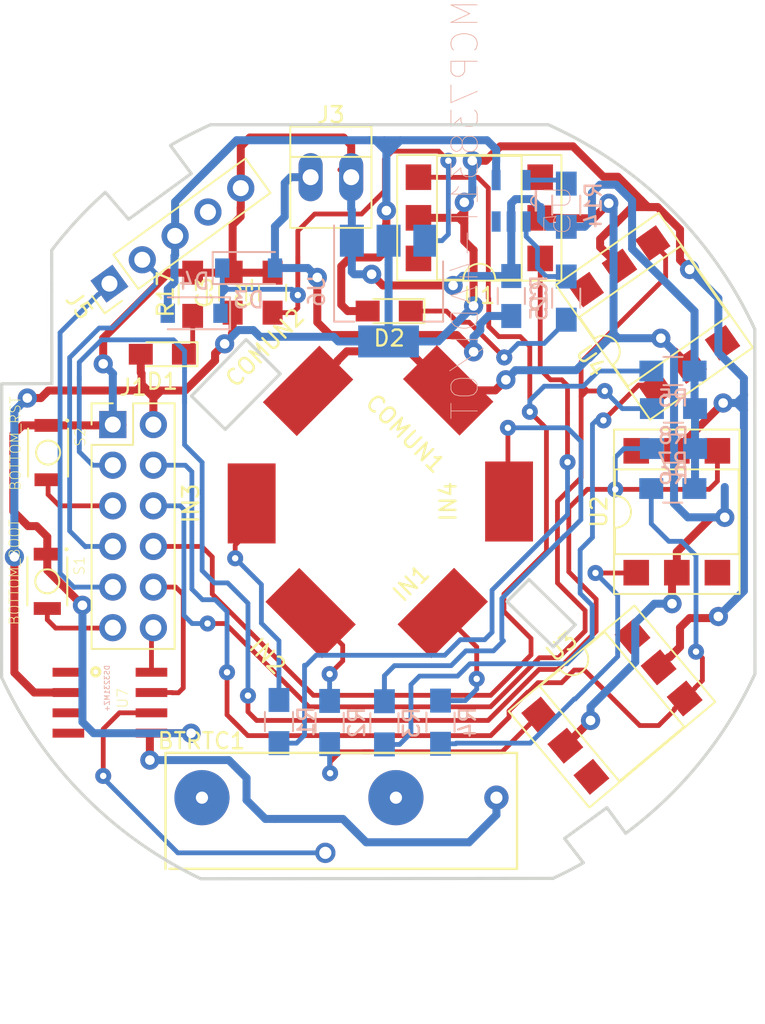
<source format=kicad_pcb>
(kicad_pcb (version 4) (host pcbnew 4.0.6)

  (general
    (links 66)
    (no_connects 1)
    (area 170.946132 68.149999 218.288541 115.500001)
    (thickness 1.6)
    (drawings 28)
    (tracks 684)
    (zones 0)
    (modules 37)
    (nets 43)
  )

  (page A4)
  (layers
    (0 F.Cu signal)
    (31 B.Cu signal)
    (32 B.Adhes user)
    (33 F.Adhes user)
    (34 B.Paste user)
    (35 F.Paste user)
    (36 B.SilkS user)
    (37 F.SilkS user)
    (38 B.Mask user)
    (39 F.Mask user)
    (40 Dwgs.User user)
    (41 Cmts.User user)
    (42 Eco1.User user)
    (43 Eco2.User user)
    (44 Edge.Cuts user)
    (45 Margin user)
    (46 B.CrtYd user)
    (47 F.CrtYd user)
    (48 B.Fab user hide)
    (49 F.Fab user hide)
  )

  (setup
    (last_trace_width 0.3)
    (trace_clearance 0.2)
    (zone_clearance 0.508)
    (zone_45_only no)
    (trace_min 0.2)
    (segment_width 0.2)
    (edge_width 0.2)
    (via_size 1)
    (via_drill 0.4)
    (via_min_size 0.4)
    (via_min_drill 0.3)
    (uvia_size 0.3)
    (uvia_drill 0.1)
    (uvias_allowed no)
    (uvia_min_size 0.2)
    (uvia_min_drill 0.1)
    (pcb_text_width 0.3)
    (pcb_text_size 1.5 1.5)
    (mod_edge_width 0.15)
    (mod_text_size 1 1)
    (mod_text_width 0.15)
    (pad_size 1.524 1.524)
    (pad_drill 0.762)
    (pad_to_mask_clearance 0.2)
    (aux_axis_origin 0 0)
    (visible_elements 7FFFFFFF)
    (pcbplotparams
      (layerselection 0x00030_80000001)
      (usegerberextensions false)
      (excludeedgelayer true)
      (linewidth 0.100000)
      (plotframeref false)
      (viasonmask false)
      (mode 1)
      (useauxorigin false)
      (hpglpennumber 1)
      (hpglpenspeed 20)
      (hpglpendiameter 15)
      (hpglpenoverlay 2)
      (psnegative false)
      (psa4output false)
      (plotreference true)
      (plotvalue true)
      (plotinvisibletext false)
      (padsonsilk false)
      (subtractmaskfromsilk false)
      (outputformat 1)
      (mirror false)
      (drillshape 1)
      (scaleselection 1)
      (outputdirectory ""))
  )

  (net 0 "")
  (net 1 "Net-(BTRTC1-Pad1)")
  (net 2 GND)
  (net 3 "Net-(C1-Pad1)")
  (net 4 /BAT)
  (net 5 +3V3)
  (net 6 GNDA)
  (net 7 "Net-(D1-Pad1)")
  (net 8 VCC)
  (net 9 "Net-(D2-Pad1)")
  (net 10 "Net-(IN1-Pad1)")
  (net 11 "Net-(IN2-Pad1)")
  (net 12 "Net-(IN3-Pad1)")
  (net 13 "Net-(IN4-Pad1)")
  (net 14 /D0)
  (net 15 /D1)
  (net 16 /D3)
  (net 17 /RST)
  (net 18 /D2)
  (net 19 /RX)
  (net 20 /TX)
  (net 21 /SCL)
  (net 22 /SDA)
  (net 23 "Net-(J5-Pad4)")
  (net 24 "Net-(R1-Pad1)")
  (net 25 "Net-(R2-Pad1)")
  (net 26 "Net-(R3-Pad1)")
  (net 27 "Net-(R4-Pad1)")
  (net 28 "Net-(R14-Pad2)")
  (net 29 "Net-(R15-Pad1)")
  (net 30 "Net-(R16-Pad2)")
  (net 31 "Net-(U1-Pad3)")
  (net 32 "Net-(U1-Pad6)")
  (net 33 "Net-(U2-Pad3)")
  (net 34 "Net-(U2-Pad6)")
  (net 35 "Net-(U3-Pad3)")
  (net 36 "Net-(U3-Pad6)")
  (net 37 "Net-(U4-Pad3)")
  (net 38 "Net-(U4-Pad6)")
  (net 39 "Net-(U7-Pad1)")
  (net 40 "Net-(U7-Pad3)")
  (net 41 "Net-(U7-Pad4)")
  (net 42 /GPIO0)

  (net_class Default "This is the default net class."
    (clearance 0.2)
    (trace_width 0.3)
    (via_dia 1)
    (via_drill 0.4)
    (uvia_dia 0.3)
    (uvia_drill 0.1)
    (add_net /D0)
    (add_net /D1)
    (add_net /D2)
    (add_net /D3)
    (add_net /GPIO0)
    (add_net /RST)
    (add_net /RX)
    (add_net /SCL)
    (add_net /SDA)
    (add_net /TX)
    (add_net "Net-(BTRTC1-Pad1)")
    (add_net "Net-(C1-Pad1)")
    (add_net "Net-(D1-Pad1)")
    (add_net "Net-(D2-Pad1)")
    (add_net "Net-(IN1-Pad1)")
    (add_net "Net-(IN2-Pad1)")
    (add_net "Net-(IN3-Pad1)")
    (add_net "Net-(IN4-Pad1)")
    (add_net "Net-(J5-Pad4)")
    (add_net "Net-(R1-Pad1)")
    (add_net "Net-(R14-Pad2)")
    (add_net "Net-(R15-Pad1)")
    (add_net "Net-(R16-Pad2)")
    (add_net "Net-(R2-Pad1)")
    (add_net "Net-(R3-Pad1)")
    (add_net "Net-(R4-Pad1)")
    (add_net "Net-(U1-Pad3)")
    (add_net "Net-(U1-Pad6)")
    (add_net "Net-(U2-Pad3)")
    (add_net "Net-(U2-Pad6)")
    (add_net "Net-(U3-Pad3)")
    (add_net "Net-(U3-Pad6)")
    (add_net "Net-(U4-Pad3)")
    (add_net "Net-(U4-Pad6)")
    (add_net "Net-(U7-Pad1)")
    (add_net "Net-(U7-Pad3)")
    (add_net "Net-(U7-Pad4)")
  )

  (net_class SOURCE ""
    (clearance 0.2)
    (trace_width 0.5)
    (via_dia 1.2)
    (via_drill 0.6)
    (uvia_dia 0.3)
    (uvia_drill 0.1)
    (add_net +3V3)
    (add_net /BAT)
    (add_net GND)
    (add_net GNDA)
    (add_net VCC)
  )

  (module Housings_DIP:DIP-6_W7.62mm_SMDSocket_SmallPads (layer F.Cu) (tedit 59C78D6B) (tstamp 5A55599F)
    (at 213.3 92.45 90)
    (descr "6-lead though-hole mounted DIP package, row spacing 7.62 mm (300 mils), SMDSocket, SmallPads")
    (tags "THT DIP DIL PDIP 2.54mm 7.62mm 300mil SMDSocket SmallPads")
    (path /5A45C686)
    (attr smd)
    (fp_text reference U2 (at 0 -4.87 90) (layer F.SilkS)
      (effects (font (size 1 1) (thickness 0.15)))
    )
    (fp_text value 4N25 (at 0 4.87 90) (layer F.Fab)
      (effects (font (size 1 1) (thickness 0.15)))
    )
    (fp_arc (start 0 -3.87) (end -1 -3.87) (angle -180) (layer F.SilkS) (width 0.12))
    (fp_line (start -2.175 -3.81) (end 3.175 -3.81) (layer F.Fab) (width 0.1))
    (fp_line (start 3.175 -3.81) (end 3.175 3.81) (layer F.Fab) (width 0.1))
    (fp_line (start 3.175 3.81) (end -3.175 3.81) (layer F.Fab) (width 0.1))
    (fp_line (start -3.175 3.81) (end -3.175 -2.81) (layer F.Fab) (width 0.1))
    (fp_line (start -3.175 -2.81) (end -2.175 -3.81) (layer F.Fab) (width 0.1))
    (fp_line (start -5.08 -3.87) (end -5.08 3.87) (layer F.Fab) (width 0.1))
    (fp_line (start -5.08 3.87) (end 5.08 3.87) (layer F.Fab) (width 0.1))
    (fp_line (start 5.08 3.87) (end 5.08 -3.87) (layer F.Fab) (width 0.1))
    (fp_line (start 5.08 -3.87) (end -5.08 -3.87) (layer F.Fab) (width 0.1))
    (fp_line (start -1 -3.87) (end -2.65 -3.87) (layer F.SilkS) (width 0.12))
    (fp_line (start -2.65 -3.87) (end -2.65 3.87) (layer F.SilkS) (width 0.12))
    (fp_line (start -2.65 3.87) (end 2.65 3.87) (layer F.SilkS) (width 0.12))
    (fp_line (start 2.65 3.87) (end 2.65 -3.87) (layer F.SilkS) (width 0.12))
    (fp_line (start 2.65 -3.87) (end 1 -3.87) (layer F.SilkS) (width 0.12))
    (fp_line (start -5.14 -3.93) (end -5.14 3.93) (layer F.SilkS) (width 0.12))
    (fp_line (start -5.14 3.93) (end 5.14 3.93) (layer F.SilkS) (width 0.12))
    (fp_line (start 5.14 3.93) (end 5.14 -3.93) (layer F.SilkS) (width 0.12))
    (fp_line (start 5.14 -3.93) (end -5.14 -3.93) (layer F.SilkS) (width 0.12))
    (fp_line (start -5.35 -4.15) (end -5.35 4.15) (layer F.CrtYd) (width 0.05))
    (fp_line (start -5.35 4.15) (end 5.35 4.15) (layer F.CrtYd) (width 0.05))
    (fp_line (start 5.35 4.15) (end 5.35 -4.15) (layer F.CrtYd) (width 0.05))
    (fp_line (start 5.35 -4.15) (end -5.35 -4.15) (layer F.CrtYd) (width 0.05))
    (fp_text user %R (at 0 0 270) (layer F.Fab)
      (effects (font (size 1 1) (thickness 0.15)))
    )
    (pad 1 smd rect (at -3.81 -2.54 90) (size 1.6 1.6) (layers F.Cu F.Paste F.Mask)
      (net 27 "Net-(R4-Pad1)"))
    (pad 4 smd rect (at 3.81 2.54 90) (size 1.6 1.6) (layers F.Cu F.Paste F.Mask)
      (net 14 /D0))
    (pad 2 smd rect (at -3.81 0 90) (size 1.6 1.6) (layers F.Cu F.Paste F.Mask)
      (net 6 GNDA))
    (pad 5 smd rect (at 3.81 0 90) (size 1.6 1.6) (layers F.Cu F.Paste F.Mask)
      (net 5 +3V3))
    (pad 3 smd rect (at -3.81 2.54 90) (size 1.6 1.6) (layers F.Cu F.Paste F.Mask)
      (net 33 "Net-(U2-Pad3)"))
    (pad 6 smd rect (at 3.81 -2.54 90) (size 1.6 1.6) (layers F.Cu F.Paste F.Mask)
      (net 34 "Net-(U2-Pad6)"))
    (model ${KISYS3DMOD}/Housings_DIP.3dshapes/DIP-6_W7.62mm_SMDSocket.wrl
      (at (xyz 0 0 0))
      (scale (xyz 1 1 1))
      (rotate (xyz 0 0 0))
    )
  )

  (module MCP73831T-4ADI_OT:SOT95P280X145-5N (layer B.Cu) (tedit 0) (tstamp 5A5559BC)
    (at 202.9298 73.0054 90)
    (path /5A4C78D3)
    (attr smd)
    (fp_text reference U5 (at -0.5853 2.92652 90) (layer B.SilkS)
      (effects (font (size 1.6431 1.6431) (thickness 0.05)) (justify mirror))
    )
    (fp_text value MCP73831T-4ADI/OT (at -0.560846 -2.88063 90) (layer B.SilkS)
      (effects (font (size 1.64595 1.64595) (thickness 0.05)) (justify mirror))
    )
    (fp_line (start 0.6096 1.5494) (end 0.3048 1.5494) (layer B.SilkS) (width 0.1524))
    (fp_line (start 0.3048 1.5494) (end -0.3048 1.5494) (layer B.SilkS) (width 0.1524))
    (fp_line (start -0.3048 1.5494) (end -0.6096 1.5494) (layer B.SilkS) (width 0.1524))
    (fp_arc (start 0 1.5494) (end -0.3048 1.5494) (angle 180) (layer B.SilkS) (width 0))
    (fp_line (start -0.8636 -1.5494) (end 0.8636 -1.5494) (layer Dwgs.User) (width 0.1524))
    (fp_line (start 0.8636 -1.5494) (end 0.8636 -1.1938) (layer Dwgs.User) (width 0.1524))
    (fp_line (start 0.8636 -1.1938) (end 0.8636 -0.7112) (layer Dwgs.User) (width 0.1524))
    (fp_line (start 0.8636 -0.7112) (end 0.8636 0.7112) (layer Dwgs.User) (width 0.1524))
    (fp_line (start 0.8636 1.5494) (end 0.3048 1.5494) (layer Dwgs.User) (width 0.1524))
    (fp_line (start 0.3048 1.5494) (end -0.3048 1.5494) (layer Dwgs.User) (width 0.1524))
    (fp_line (start -0.3048 1.5494) (end -0.8636 1.5494) (layer Dwgs.User) (width 0.1524))
    (fp_line (start -0.8636 1.5494) (end -0.8636 1.1938) (layer Dwgs.User) (width 0.1524))
    (fp_line (start -0.8636 1.1938) (end -0.8636 0.7112) (layer Dwgs.User) (width 0.1524))
    (fp_line (start -0.8636 0.7112) (end -0.8636 0.254) (layer Dwgs.User) (width 0.1524))
    (fp_line (start -0.8636 0.254) (end -0.8636 -0.254) (layer Dwgs.User) (width 0.1524))
    (fp_line (start -0.8636 -0.254) (end -0.8636 -0.7112) (layer Dwgs.User) (width 0.1524))
    (fp_line (start -0.8636 1.1938) (end -1.4986 1.1938) (layer Dwgs.User) (width 0.1524))
    (fp_line (start -1.4986 1.1938) (end -1.4986 0.7112) (layer Dwgs.User) (width 0.1524))
    (fp_line (start -1.4986 0.7112) (end -0.8636 0.7112) (layer Dwgs.User) (width 0.1524))
    (fp_line (start -0.8636 0.254) (end -1.4986 0.254) (layer Dwgs.User) (width 0.1524))
    (fp_line (start -1.4986 0.254) (end -1.4986 -0.254) (layer Dwgs.User) (width 0.1524))
    (fp_line (start -1.4986 -0.254) (end -0.8636 -0.254) (layer Dwgs.User) (width 0.1524))
    (fp_line (start -0.8636 -1.5494) (end -0.8636 -1.1938) (layer Dwgs.User) (width 0.1524))
    (fp_line (start -0.8636 -1.1938) (end -0.8636 -0.7112) (layer Dwgs.User) (width 0.1524))
    (fp_line (start -0.8636 -0.7112) (end -1.4986 -0.7112) (layer Dwgs.User) (width 0.1524))
    (fp_line (start -1.4986 -0.7112) (end -1.4986 -1.1938) (layer Dwgs.User) (width 0.1524))
    (fp_line (start -1.4986 -1.1938) (end -0.8636 -1.1938) (layer Dwgs.User) (width 0.1524))
    (fp_line (start 0.8636 -1.1938) (end 1.4986 -1.1938) (layer Dwgs.User) (width 0.1524))
    (fp_line (start 1.4986 -1.1938) (end 1.4986 -0.7112) (layer Dwgs.User) (width 0.1524))
    (fp_line (start 1.4986 -0.7112) (end 0.8636 -0.7112) (layer Dwgs.User) (width 0.1524))
    (fp_line (start 0.8636 1.5494) (end 0.8636 1.1938) (layer Dwgs.User) (width 0.1524))
    (fp_line (start 0.8636 1.1938) (end 0.8636 0.7112) (layer Dwgs.User) (width 0.1524))
    (fp_line (start 0.8636 0.7112) (end 1.4986 0.7112) (layer Dwgs.User) (width 0.1524))
    (fp_line (start 1.4986 0.7112) (end 1.4986 1.1938) (layer Dwgs.User) (width 0.1524))
    (fp_line (start 1.4986 1.1938) (end 0.8636 1.1938) (layer Dwgs.User) (width 0.1524))
    (fp_arc (start 0 1.5494) (end -0.3048 1.5494) (angle 180) (layer Dwgs.User) (width 0))
    (pad 1 smd rect (at -1.2954 0.9398 90) (size 1.27 0.5588) (layers B.Cu B.Paste B.Mask)
      (net 29 "Net-(R15-Pad1)"))
    (pad 2 smd rect (at -1.2954 0 90) (size 1.27 0.5588) (layers B.Cu B.Paste B.Mask)
      (net 2 GND))
    (pad 3 smd rect (at -1.2954 -0.9398 90) (size 1.27 0.5588) (layers B.Cu B.Paste B.Mask)
      (net 30 "Net-(R16-Pad2)"))
    (pad 4 smd rect (at 1.2954 -0.9398 90) (size 1.27 0.5588) (layers B.Cu B.Paste B.Mask)
      (net 8 VCC))
    (pad 5 smd rect (at 1.2954 0.9398 90) (size 1.27 0.5588) (layers B.Cu B.Paste B.Mask)
      (net 28 "Net-(R14-Pad2)"))
  )

  (module Resistors_SMD:R_0805_HandSoldering (layer B.Cu) (tedit 58E0A804) (tstamp 5A583E61)
    (at 198.51 105.61 90)
    (descr "Resistor SMD 0805, hand soldering")
    (tags "resistor 0805")
    (path /5A45CC09)
    (attr smd)
    (fp_text reference R4 (at 0 1.7 90) (layer B.SilkS)
      (effects (font (size 1 1) (thickness 0.15)) (justify mirror))
    )
    (fp_text value 2K (at 0 -1.75 90) (layer B.Fab)
      (effects (font (size 1 1) (thickness 0.15)) (justify mirror))
    )
    (fp_text user %R (at 0 0 90) (layer B.Fab)
      (effects (font (size 0.5 0.5) (thickness 0.075)) (justify mirror))
    )
    (fp_line (start -1 -0.62) (end -1 0.62) (layer B.Fab) (width 0.1))
    (fp_line (start 1 -0.62) (end -1 -0.62) (layer B.Fab) (width 0.1))
    (fp_line (start 1 0.62) (end 1 -0.62) (layer B.Fab) (width 0.1))
    (fp_line (start -1 0.62) (end 1 0.62) (layer B.Fab) (width 0.1))
    (fp_line (start 0.6 -0.88) (end -0.6 -0.88) (layer B.SilkS) (width 0.12))
    (fp_line (start -0.6 0.88) (end 0.6 0.88) (layer B.SilkS) (width 0.12))
    (fp_line (start -2.35 0.9) (end 2.35 0.9) (layer B.CrtYd) (width 0.05))
    (fp_line (start -2.35 0.9) (end -2.35 -0.9) (layer B.CrtYd) (width 0.05))
    (fp_line (start 2.35 -0.9) (end 2.35 0.9) (layer B.CrtYd) (width 0.05))
    (fp_line (start 2.35 -0.9) (end -2.35 -0.9) (layer B.CrtYd) (width 0.05))
    (pad 1 smd rect (at -1.35 0 90) (size 1.5 1.3) (layers B.Cu B.Paste B.Mask)
      (net 27 "Net-(R4-Pad1)"))
    (pad 2 smd rect (at 1.35 0 90) (size 1.5 1.3) (layers B.Cu B.Paste B.Mask)
      (net 10 "Net-(IN1-Pad1)"))
    (model ${KISYS3DMOD}/Resistors_SMD.3dshapes/R_0805.wrl
      (at (xyz 0 0 0))
      (scale (xyz 1 1 1))
      (rotate (xyz 0 0 0))
    )
  )

  (module Pin_Headers:Pin_Header_Straight_1x05_Pitch2.54mm (layer F.Cu) (tedit 59650532) (tstamp 5A555913)
    (at 177.790194 78.185949 126)
    (descr "Through hole straight pin header, 1x05, 2.54mm pitch, single row")
    (tags "Through hole pin header THT 1x05 2.54mm single row")
    (path /5A50B272)
    (fp_text reference J5 (at 0 -2.33 126) (layer F.SilkS)
      (effects (font (size 1 1) (thickness 0.15)))
    )
    (fp_text value FTDI (at 0 12.49 126) (layer F.Fab)
      (effects (font (size 1 1) (thickness 0.15)))
    )
    (fp_line (start -0.635 -1.27) (end 1.27 -1.27) (layer F.Fab) (width 0.1))
    (fp_line (start 1.27 -1.27) (end 1.27 11.43) (layer F.Fab) (width 0.1))
    (fp_line (start 1.27 11.43) (end -1.27 11.43) (layer F.Fab) (width 0.1))
    (fp_line (start -1.27 11.43) (end -1.27 -0.635) (layer F.Fab) (width 0.1))
    (fp_line (start -1.27 -0.635) (end -0.635 -1.27) (layer F.Fab) (width 0.1))
    (fp_line (start -1.33 11.49) (end 1.33 11.49) (layer F.SilkS) (width 0.12))
    (fp_line (start -1.33 1.27) (end -1.33 11.49) (layer F.SilkS) (width 0.12))
    (fp_line (start 1.33 1.27) (end 1.33 11.49) (layer F.SilkS) (width 0.12))
    (fp_line (start -1.33 1.27) (end 1.33 1.27) (layer F.SilkS) (width 0.12))
    (fp_line (start -1.33 0) (end -1.33 -1.33) (layer F.SilkS) (width 0.12))
    (fp_line (start -1.33 -1.33) (end 0 -1.33) (layer F.SilkS) (width 0.12))
    (fp_line (start -1.8 -1.8) (end -1.8 11.95) (layer F.CrtYd) (width 0.05))
    (fp_line (start -1.8 11.95) (end 1.8 11.95) (layer F.CrtYd) (width 0.05))
    (fp_line (start 1.8 11.95) (end 1.8 -1.8) (layer F.CrtYd) (width 0.05))
    (fp_line (start 1.8 -1.8) (end -1.8 -1.8) (layer F.CrtYd) (width 0.05))
    (fp_text user %R (at 0 5.08 216) (layer F.Fab)
      (effects (font (size 1 1) (thickness 0.15)))
    )
    (pad 1 thru_hole rect (at 0 0 126) (size 1.7 1.7) (drill 1) (layers *.Cu *.Mask)
      (net 20 /TX))
    (pad 2 thru_hole oval (at 0 2.54 126) (size 1.7 1.7) (drill 1) (layers *.Cu *.Mask)
      (net 19 /RX))
    (pad 3 thru_hole oval (at 0 5.08 126) (size 1.7 1.7) (drill 1) (layers *.Cu *.Mask)
      (net 8 VCC))
    (pad 4 thru_hole oval (at 0 7.62 126) (size 1.7 1.7) (drill 1) (layers *.Cu *.Mask)
      (net 23 "Net-(J5-Pad4)"))
    (pad 5 thru_hole oval (at 0 10.16 126) (size 1.7 1.7) (drill 1) (layers *.Cu *.Mask)
      (net 2 GND))
    (model ${KISYS3DMOD}/Pin_Headers.3dshapes/Pin_Header_Straight_1x05_Pitch2.54mm.wrl
      (at (xyz 0 -0.2 0))
      (scale (xyz 1 1 1))
      (rotate (xyz 0 0 90))
    )
  )

  (module PADS:Keystone_battery (layer F.Cu) (tedit 5A556901) (tstamp 5A556FCB)
    (at 191.3 113.78)
    (path /5A4A93CE)
    (fp_text reference BTRTC1 (at -7.75 -7) (layer F.SilkS)
      (effects (font (size 1 1) (thickness 0.15)))
    )
    (fp_text value 3.3Va (at 1 2) (layer F.Fab)
      (effects (font (size 1 1) (thickness 0.15)))
    )
    (fp_line (start -9.5 -6.25) (end -10 -6.25) (layer F.SilkS) (width 0.15))
    (fp_line (start -9.75 -1) (end -9.25 -1) (layer F.Fab) (width 0.15))
    (fp_line (start -9.75 -5.75) (end -9.75 -1) (layer F.Fab) (width 0.15))
    (fp_line (start -9.25 -5.75) (end -9.75 -5.75) (layer F.Fab) (width 0.15))
    (fp_line (start -9.75 -5.75) (end -9.75 -4.75) (layer F.Fab) (width 0.15))
    (fp_line (start 11.75 -5.75) (end 11.75 -4.75) (layer F.Fab) (width 0.15))
    (fp_line (start 12 -6.25) (end 12 -4.5) (layer F.SilkS) (width 0.15))
    (fp_line (start -10 -6.25) (end -10 -5) (layer F.SilkS) (width 0.15))
    (fp_line (start 11.75 -5.25) (end 11.75 -1) (layer F.Fab) (width 0.15))
    (fp_line (start -9.5 -5.75) (end 11.75 -5.75) (layer F.Fab) (width 0.15))
    (fp_line (start 11.5 -1) (end 11.75 -1) (layer F.Fab) (width 0.15))
    (fp_line (start 4.25 -1) (end 11.5 -1) (layer F.Fab) (width 0.15))
    (fp_line (start 4.25 0.75) (end 4.25 -1) (layer F.Fab) (width 0.15))
    (fp_line (start -5.5 0.75) (end 4.25 0.75) (layer F.Fab) (width 0.15))
    (fp_line (start -5.5 -1) (end -5.5 0.75) (layer F.Fab) (width 0.15))
    (fp_line (start -9.5 -1) (end -5.5 -1) (layer F.Fab) (width 0.15))
    (fp_line (start -9.75 -5.25) (end -9.75 -1) (layer F.Fab) (width 0.15))
    (fp_line (start 12 -6.25) (end -9.75 -6.25) (layer F.SilkS) (width 0.15))
    (fp_line (start 12 1) (end 12 -5.5) (layer F.SilkS) (width 0.15))
    (fp_line (start -9.75 1) (end 12 1) (layer F.SilkS) (width 0.15))
    (fp_line (start -10 -5.5) (end -10 1) (layer F.SilkS) (width 0.15))
    (pad 1 thru_hole circle (at 0 0) (size 1.27 1.27) (drill 0.762) (layers *.Cu *.Mask)
      (net 1 "Net-(BTRTC1-Pad1)"))
    (pad 4 thru_hole circle (at -7.72 -3.45) (size 3.45 3.45) (drill 0.762) (layers *.Cu *.Mask))
    (pad 3 thru_hole circle (at 4.42 -3.45) (size 3.45 3.45) (drill 0.762) (layers *.Cu *.Mask))
    (pad 2 thru_hole circle (at 10.71 -3.45) (size 1.52 1.52) (drill 0.762) (layers *.Cu *.Mask)
      (net 2 GND))
  )

  (module DS3231MZ_:SOIC8_150MIL (layer F.Cu) (tedit 0) (tstamp 5A5559C8)
    (at 177.82 104.39 270)
    (path /5A4A5FC6)
    (attr smd)
    (fp_text reference U7 (at -0.280261 -0.789821 270) (layer F.SilkS)
      (effects (font (size 0.641968 0.641968) (thickness 0.05)))
    )
    (fp_text value DS3231MZ+ (at -0.890916 0.178184 270) (layer B.SilkS)
      (effects (font (size 0.320691 0.320691) (thickness 0.05)) (justify mirror))
    )
    (fp_line (start 2.4 -1.9) (end 2.4 1.4) (layer Dwgs.User) (width 0.2032))
    (fp_line (start 2.4 1.4) (end 2.4 1.9) (layer Dwgs.User) (width 0.2032))
    (fp_line (start 2.4 1.9) (end -2.4 1.9) (layer Dwgs.User) (width 0.2032))
    (fp_line (start -2.4 1.9) (end -2.4 1.4) (layer Dwgs.User) (width 0.2032))
    (fp_line (start -2.4 1.4) (end -2.4 -1.9) (layer Dwgs.User) (width 0.2032))
    (fp_line (start 2.4 1.4) (end -2.4 1.4) (layer Dwgs.User) (width 0.2032))
    (fp_line (start -2.4 -1.9) (end 2.4 -1.9) (layer Dwgs.User) (width 0.2032))
    (fp_circle (center -1.9304 0.889) (end -1.6764 0.889) (layer F.SilkS) (width 0.2032))
    (fp_poly (pts (xy -2.15706 2) (xy -1.66 2) (xy -1.66 3.11018) (xy -2.15706 3.11018)) (layer Dwgs.User) (width 0.381))
    (fp_poly (pts (xy -0.881243 2) (xy -0.39 2) (xy -0.39 3.10438) (xy -0.881243 3.10438)) (layer Dwgs.User) (width 0.381))
    (fp_poly (pts (xy 0.390547 2) (xy 0.88 2) (xy 0.88 3.10435) (xy 0.390547 3.10435)) (layer Dwgs.User) (width 0.381))
    (fp_poly (pts (xy 1.66518 2) (xy 2.15 2) (xy 2.15 3.10969) (xy 1.66518 3.10969)) (layer Dwgs.User) (width 0.381))
    (fp_poly (pts (xy 1.66582 -3.1) (xy 2.15 -3.1) (xy 2.15 -2.00701) (xy 1.66582 -2.00701)) (layer Dwgs.User) (width 0.381))
    (fp_poly (pts (xy 0.390893 -3.1) (xy 0.88 -3.1) (xy 0.88 -2.00458) (xy 0.390893 -2.00458)) (layer Dwgs.User) (width 0.381))
    (fp_poly (pts (xy -0.881714 -3.1) (xy -0.39 -3.1) (xy -0.39 -2.00389) (xy -0.881714 -2.00389)) (layer Dwgs.User) (width 0.381))
    (fp_poly (pts (xy -2.15209 -3.1) (xy -1.66 -3.1) (xy -1.66 -2.00194) (xy -2.15209 -2.00194)) (layer Dwgs.User) (width 0.381))
    (pad 2 smd rect (at -0.635 2.6 270) (size 0.5588 1.9812) (layers F.Cu F.Paste F.Mask)
      (net 5 +3V3))
    (pad 7 smd rect (at -0.635 -2.6 270) (size 0.5588 1.9812) (layers F.Cu F.Paste F.Mask)
      (net 22 /SDA))
    (pad 1 smd rect (at -1.905 2.6 270) (size 0.5588 1.9812) (layers F.Cu F.Paste F.Mask)
      (net 39 "Net-(U7-Pad1)"))
    (pad 3 smd rect (at 0.635 2.6 270) (size 0.5588 1.9812) (layers F.Cu F.Paste F.Mask)
      (net 40 "Net-(U7-Pad3)"))
    (pad 4 smd rect (at 1.905 2.6 270) (size 0.5588 1.9812) (layers F.Cu F.Paste F.Mask)
      (net 41 "Net-(U7-Pad4)"))
    (pad 8 smd rect (at -1.905 -2.6 270) (size 0.5588 1.9812) (layers F.Cu F.Paste F.Mask)
      (net 21 /SCL))
    (pad 6 smd rect (at 0.635 -2.6 270) (size 0.5588 1.9812) (layers F.Cu F.Paste F.Mask)
      (net 1 "Net-(BTRTC1-Pad1)"))
    (pad 5 smd rect (at 1.905 -2.6 270) (size 0.5588 1.9812) (layers F.Cu F.Paste F.Mask)
      (net 2 GND))
  )

  (module Housings_DIP:DIP-6_W7.62mm_SMDSocket_SmallPads (layer F.Cu) (tedit 59C78D6B) (tstamp 5A5559A9)
    (at 209.24 104.63 40)
    (descr "6-lead though-hole mounted DIP package, row spacing 7.62 mm (300 mils), SMDSocket, SmallPads")
    (tags "THT DIP DIL PDIP 2.54mm 7.62mm 300mil SMDSocket SmallPads")
    (path /5A49A2CF)
    (attr smd)
    (fp_text reference U3 (at 0 -4.87 40) (layer F.SilkS)
      (effects (font (size 1 1) (thickness 0.15)))
    )
    (fp_text value 4N25 (at 0 4.87 40) (layer F.Fab)
      (effects (font (size 1 1) (thickness 0.15)))
    )
    (fp_arc (start 0 -3.87) (end -1 -3.87) (angle -180) (layer F.SilkS) (width 0.12))
    (fp_line (start -2.175 -3.81) (end 3.175 -3.81) (layer F.Fab) (width 0.1))
    (fp_line (start 3.175 -3.81) (end 3.175 3.81) (layer F.Fab) (width 0.1))
    (fp_line (start 3.175 3.81) (end -3.175 3.81) (layer F.Fab) (width 0.1))
    (fp_line (start -3.175 3.81) (end -3.175 -2.81) (layer F.Fab) (width 0.1))
    (fp_line (start -3.175 -2.81) (end -2.175 -3.81) (layer F.Fab) (width 0.1))
    (fp_line (start -5.08 -3.87) (end -5.08 3.87) (layer F.Fab) (width 0.1))
    (fp_line (start -5.08 3.87) (end 5.08 3.87) (layer F.Fab) (width 0.1))
    (fp_line (start 5.08 3.87) (end 5.08 -3.87) (layer F.Fab) (width 0.1))
    (fp_line (start 5.08 -3.87) (end -5.08 -3.87) (layer F.Fab) (width 0.1))
    (fp_line (start -1 -3.87) (end -2.65 -3.87) (layer F.SilkS) (width 0.12))
    (fp_line (start -2.65 -3.87) (end -2.65 3.87) (layer F.SilkS) (width 0.12))
    (fp_line (start -2.65 3.87) (end 2.65 3.87) (layer F.SilkS) (width 0.12))
    (fp_line (start 2.65 3.87) (end 2.65 -3.87) (layer F.SilkS) (width 0.12))
    (fp_line (start 2.65 -3.87) (end 1 -3.87) (layer F.SilkS) (width 0.12))
    (fp_line (start -5.14 -3.93) (end -5.14 3.93) (layer F.SilkS) (width 0.12))
    (fp_line (start -5.14 3.93) (end 5.14 3.93) (layer F.SilkS) (width 0.12))
    (fp_line (start 5.14 3.93) (end 5.14 -3.93) (layer F.SilkS) (width 0.12))
    (fp_line (start 5.14 -3.93) (end -5.14 -3.93) (layer F.SilkS) (width 0.12))
    (fp_line (start -5.35 -4.15) (end -5.35 4.15) (layer F.CrtYd) (width 0.05))
    (fp_line (start -5.35 4.15) (end 5.35 4.15) (layer F.CrtYd) (width 0.05))
    (fp_line (start 5.35 4.15) (end 5.35 -4.15) (layer F.CrtYd) (width 0.05))
    (fp_line (start 5.35 -4.15) (end -5.35 -4.15) (layer F.CrtYd) (width 0.05))
    (fp_text user %R (at -0.204911 -0.349226 40) (layer F.Fab)
      (effects (font (size 1 1) (thickness 0.15)))
    )
    (pad 1 smd rect (at -3.81 -2.54 40) (size 1.6 1.6) (layers F.Cu F.Paste F.Mask)
      (net 25 "Net-(R2-Pad1)"))
    (pad 4 smd rect (at 3.81 2.54 40) (size 1.6 1.6) (layers F.Cu F.Paste F.Mask)
      (net 15 /D1))
    (pad 2 smd rect (at -3.81 0 40) (size 1.6 1.6) (layers F.Cu F.Paste F.Mask)
      (net 6 GNDA))
    (pad 5 smd rect (at 3.81 0 40) (size 1.6 1.6) (layers F.Cu F.Paste F.Mask)
      (net 5 +3V3))
    (pad 3 smd rect (at -3.81 2.54 40) (size 1.6 1.6) (layers F.Cu F.Paste F.Mask)
      (net 35 "Net-(U3-Pad3)"))
    (pad 6 smd rect (at 3.81 -2.54 40) (size 1.6 1.6) (layers F.Cu F.Paste F.Mask)
      (net 36 "Net-(U3-Pad6)"))
    (model ${KISYS3DMOD}/Housings_DIP.3dshapes/DIP-6_W7.62mm_SMDSocket.wrl
      (at (xyz 0 0 0))
      (scale (xyz 1 1 1))
      (rotate (xyz 0 0 0))
    )
  )

  (module Housings_DIP:DIP-6_W7.62mm_SMDSocket_SmallPads (layer F.Cu) (tedit 59C78D6B) (tstamp 5A555995)
    (at 200.94 74.07 180)
    (descr "6-lead though-hole mounted DIP package, row spacing 7.62 mm (300 mils), SMDSocket, SmallPads")
    (tags "THT DIP DIL PDIP 2.54mm 7.62mm 300mil SMDSocket SmallPads")
    (path /5A49B2B9)
    (attr smd)
    (fp_text reference U1 (at 0 -4.87 180) (layer F.SilkS)
      (effects (font (size 1 1) (thickness 0.15)))
    )
    (fp_text value 4N25 (at 0 4.87 180) (layer F.Fab)
      (effects (font (size 1 1) (thickness 0.15)))
    )
    (fp_arc (start 0 -3.87) (end -1 -3.87) (angle -180) (layer F.SilkS) (width 0.12))
    (fp_line (start -2.175 -3.81) (end 3.175 -3.81) (layer F.Fab) (width 0.1))
    (fp_line (start 3.175 -3.81) (end 3.175 3.81) (layer F.Fab) (width 0.1))
    (fp_line (start 3.175 3.81) (end -3.175 3.81) (layer F.Fab) (width 0.1))
    (fp_line (start -3.175 3.81) (end -3.175 -2.81) (layer F.Fab) (width 0.1))
    (fp_line (start -3.175 -2.81) (end -2.175 -3.81) (layer F.Fab) (width 0.1))
    (fp_line (start -5.08 -3.87) (end -5.08 3.87) (layer F.Fab) (width 0.1))
    (fp_line (start -5.08 3.87) (end 5.08 3.87) (layer F.Fab) (width 0.1))
    (fp_line (start 5.08 3.87) (end 5.08 -3.87) (layer F.Fab) (width 0.1))
    (fp_line (start 5.08 -3.87) (end -5.08 -3.87) (layer F.Fab) (width 0.1))
    (fp_line (start -1 -3.87) (end -2.65 -3.87) (layer F.SilkS) (width 0.12))
    (fp_line (start -2.65 -3.87) (end -2.65 3.87) (layer F.SilkS) (width 0.12))
    (fp_line (start -2.65 3.87) (end 2.65 3.87) (layer F.SilkS) (width 0.12))
    (fp_line (start 2.65 3.87) (end 2.65 -3.87) (layer F.SilkS) (width 0.12))
    (fp_line (start 2.65 -3.87) (end 1 -3.87) (layer F.SilkS) (width 0.12))
    (fp_line (start -5.14 -3.93) (end -5.14 3.93) (layer F.SilkS) (width 0.12))
    (fp_line (start -5.14 3.93) (end 5.14 3.93) (layer F.SilkS) (width 0.12))
    (fp_line (start 5.14 3.93) (end 5.14 -3.93) (layer F.SilkS) (width 0.12))
    (fp_line (start 5.14 -3.93) (end -5.14 -3.93) (layer F.SilkS) (width 0.12))
    (fp_line (start -5.35 -4.15) (end -5.35 4.15) (layer F.CrtYd) (width 0.05))
    (fp_line (start -5.35 4.15) (end 5.35 4.15) (layer F.CrtYd) (width 0.05))
    (fp_line (start 5.35 4.15) (end 5.35 -4.15) (layer F.CrtYd) (width 0.05))
    (fp_line (start 5.35 -4.15) (end -5.35 -4.15) (layer F.CrtYd) (width 0.05))
    (fp_text user %R (at 0 0 180) (layer F.Fab)
      (effects (font (size 1 1) (thickness 0.15)))
    )
    (pad 1 smd rect (at -3.81 -2.54 180) (size 1.6 1.6) (layers F.Cu F.Paste F.Mask)
      (net 24 "Net-(R1-Pad1)"))
    (pad 4 smd rect (at 3.81 2.54 180) (size 1.6 1.6) (layers F.Cu F.Paste F.Mask)
      (net 18 /D2))
    (pad 2 smd rect (at -3.81 0 180) (size 1.6 1.6) (layers F.Cu F.Paste F.Mask)
      (net 6 GNDA))
    (pad 5 smd rect (at 3.81 0 180) (size 1.6 1.6) (layers F.Cu F.Paste F.Mask)
      (net 5 +3V3))
    (pad 3 smd rect (at -3.81 2.54 180) (size 1.6 1.6) (layers F.Cu F.Paste F.Mask)
      (net 31 "Net-(U1-Pad3)"))
    (pad 6 smd rect (at 3.81 -2.54 180) (size 1.6 1.6) (layers F.Cu F.Paste F.Mask)
      (net 32 "Net-(U1-Pad6)"))
    (model ${KISYS3DMOD}/Housings_DIP.3dshapes/DIP-6_W7.62mm_SMDSocket.wrl
      (at (xyz 0 0 0))
      (scale (xyz 1 1 1))
      (rotate (xyz 0 0 0))
    )
  )

  (module Diodes_SMD:D_SOD-123 (layer B.Cu) (tedit 58645DC7) (tstamp 5A5558D6)
    (at 186.5 77.21)
    (descr SOD-123)
    (tags SOD-123)
    (path /5A4D0625)
    (attr smd)
    (fp_text reference D3 (at 0 2) (layer B.SilkS)
      (effects (font (size 1 1) (thickness 0.15)) (justify mirror))
    )
    (fp_text value NRVB120 (at 0 -2.1) (layer B.Fab)
      (effects (font (size 1 1) (thickness 0.15)) (justify mirror))
    )
    (fp_text user %R (at 0 2) (layer B.Fab)
      (effects (font (size 1 1) (thickness 0.15)) (justify mirror))
    )
    (fp_line (start -2.25 1) (end -2.25 -1) (layer B.SilkS) (width 0.12))
    (fp_line (start 0.25 0) (end 0.75 0) (layer B.Fab) (width 0.1))
    (fp_line (start 0.25 -0.4) (end -0.35 0) (layer B.Fab) (width 0.1))
    (fp_line (start 0.25 0.4) (end 0.25 -0.4) (layer B.Fab) (width 0.1))
    (fp_line (start -0.35 0) (end 0.25 0.4) (layer B.Fab) (width 0.1))
    (fp_line (start -0.35 0) (end -0.35 -0.55) (layer B.Fab) (width 0.1))
    (fp_line (start -0.35 0) (end -0.35 0.55) (layer B.Fab) (width 0.1))
    (fp_line (start -0.75 0) (end -0.35 0) (layer B.Fab) (width 0.1))
    (fp_line (start -1.4 -0.9) (end -1.4 0.9) (layer B.Fab) (width 0.1))
    (fp_line (start 1.4 -0.9) (end -1.4 -0.9) (layer B.Fab) (width 0.1))
    (fp_line (start 1.4 0.9) (end 1.4 -0.9) (layer B.Fab) (width 0.1))
    (fp_line (start -1.4 0.9) (end 1.4 0.9) (layer B.Fab) (width 0.1))
    (fp_line (start -2.35 1.15) (end 2.35 1.15) (layer B.CrtYd) (width 0.05))
    (fp_line (start 2.35 1.15) (end 2.35 -1.15) (layer B.CrtYd) (width 0.05))
    (fp_line (start 2.35 -1.15) (end -2.35 -1.15) (layer B.CrtYd) (width 0.05))
    (fp_line (start -2.35 1.15) (end -2.35 -1.15) (layer B.CrtYd) (width 0.05))
    (fp_line (start -2.25 -1) (end 1.65 -1) (layer B.SilkS) (width 0.12))
    (fp_line (start -2.25 1) (end 1.65 1) (layer B.SilkS) (width 0.12))
    (pad 1 smd rect (at -1.65 0) (size 0.9 1.2) (layers B.Cu B.Paste B.Mask)
      (net 3 "Net-(C1-Pad1)"))
    (pad 2 smd rect (at 1.65 0) (size 0.9 1.2) (layers B.Cu B.Paste B.Mask)
      (net 4 /BAT))
    (model ${KISYS3DMOD}/Diodes_SMD.3dshapes/D_SOD-123.wrl
      (at (xyz 0 0 0))
      (scale (xyz 1 1 1))
      (rotate (xyz 0 0 0))
    )
  )

  (module Diodes_SMD:D_SOD-123 (layer B.Cu) (tedit 58645DC7) (tstamp 5A5558DC)
    (at 183.09 80.04 180)
    (descr SOD-123)
    (tags SOD-123)
    (path /5A5432EB)
    (attr smd)
    (fp_text reference D4 (at 0 2 180) (layer B.SilkS)
      (effects (font (size 1 1) (thickness 0.15)) (justify mirror))
    )
    (fp_text value NRVB120 (at 0 -2.1 180) (layer B.Fab)
      (effects (font (size 1 1) (thickness 0.15)) (justify mirror))
    )
    (fp_text user %R (at 0 2 180) (layer B.Fab)
      (effects (font (size 1 1) (thickness 0.15)) (justify mirror))
    )
    (fp_line (start -2.25 1) (end -2.25 -1) (layer B.SilkS) (width 0.12))
    (fp_line (start 0.25 0) (end 0.75 0) (layer B.Fab) (width 0.1))
    (fp_line (start 0.25 -0.4) (end -0.35 0) (layer B.Fab) (width 0.1))
    (fp_line (start 0.25 0.4) (end 0.25 -0.4) (layer B.Fab) (width 0.1))
    (fp_line (start -0.35 0) (end 0.25 0.4) (layer B.Fab) (width 0.1))
    (fp_line (start -0.35 0) (end -0.35 -0.55) (layer B.Fab) (width 0.1))
    (fp_line (start -0.35 0) (end -0.35 0.55) (layer B.Fab) (width 0.1))
    (fp_line (start -0.75 0) (end -0.35 0) (layer B.Fab) (width 0.1))
    (fp_line (start -1.4 -0.9) (end -1.4 0.9) (layer B.Fab) (width 0.1))
    (fp_line (start 1.4 -0.9) (end -1.4 -0.9) (layer B.Fab) (width 0.1))
    (fp_line (start 1.4 0.9) (end 1.4 -0.9) (layer B.Fab) (width 0.1))
    (fp_line (start -1.4 0.9) (end 1.4 0.9) (layer B.Fab) (width 0.1))
    (fp_line (start -2.35 1.15) (end 2.35 1.15) (layer B.CrtYd) (width 0.05))
    (fp_line (start 2.35 1.15) (end 2.35 -1.15) (layer B.CrtYd) (width 0.05))
    (fp_line (start 2.35 -1.15) (end -2.35 -1.15) (layer B.CrtYd) (width 0.05))
    (fp_line (start -2.35 1.15) (end -2.35 -1.15) (layer B.CrtYd) (width 0.05))
    (fp_line (start -2.25 -1) (end 1.65 -1) (layer B.SilkS) (width 0.12))
    (fp_line (start -2.25 1) (end 1.65 1) (layer B.SilkS) (width 0.12))
    (pad 1 smd rect (at -1.65 0 180) (size 0.9 1.2) (layers B.Cu B.Paste B.Mask)
      (net 3 "Net-(C1-Pad1)"))
    (pad 2 smd rect (at 1.65 0 180) (size 0.9 1.2) (layers B.Cu B.Paste B.Mask)
      (net 8 VCC))
    (model ${KISYS3DMOD}/Diodes_SMD.3dshapes/D_SOD-123.wrl
      (at (xyz 0 0 0))
      (scale (xyz 1 1 1))
      (rotate (xyz 0 0 0))
    )
  )

  (module B3U-1000P:SW_B3U-1000P (layer F.Cu) (tedit 0) (tstamp 5A555985)
    (at 173.9 96.8 270)
    (path /5A50A6C4)
    (attr smd)
    (fp_text reference S1 (at -0.975751 -2.00918 270) (layer F.SilkS)
      (effects (font (size 0.640885 0.640885) (thickness 0.05)))
    )
    (fp_text value BOTTOM_BOOT (at -0.568355 2.0449 270) (layer F.SilkS)
      (effects (font (size 0.640404 0.640404) (thickness 0.05)))
    )
    (fp_line (start 1.5 -1.25) (end -1.5 -1.25) (layer F.SilkS) (width 0.127))
    (fp_line (start -1.5 -1.25) (end -1.5 1.25) (layer Dwgs.User) (width 0.127))
    (fp_line (start -1.5 1.25) (end 1.5 1.25) (layer F.SilkS) (width 0.127))
    (fp_line (start 1.5 1.25) (end 1.5 -1.25) (layer Dwgs.User) (width 0.127))
    (fp_circle (center -2 -1.2) (end -1.873 -1.2) (layer F.SilkS) (width 0))
    (fp_line (start 2.5 1.45) (end -2.5 1.45) (layer Dwgs.User) (width 0.127))
    (fp_line (start -2.5 1.45) (end -2.5 -1.5) (layer Dwgs.User) (width 0.127))
    (fp_line (start -2.5 -1.5) (end 2.5 -1.5) (layer Dwgs.User) (width 0.127))
    (fp_line (start 2.5 -1.5) (end 2.5 1.45) (layer Dwgs.User) (width 0.127))
    (fp_circle (center 0 0) (end 0.75 0) (layer F.SilkS) (width 0.127))
    (pad 2 smd rect (at 1.7 0 90) (size 0.8 1.7) (layers F.Cu F.Paste F.Mask)
      (net 42 /GPIO0))
    (pad 1 smd rect (at -1.7 0 90) (size 0.8 1.7) (layers F.Cu F.Paste F.Mask)
      (net 2 GND))
  )

  (module B3U-1000P:SW_B3U-1000P (layer F.Cu) (tedit 0) (tstamp 5A55598B)
    (at 173.95 88.75 270)
    (path /5A50AFF2)
    (attr smd)
    (fp_text reference S2 (at -0.975751 -2.00918 270) (layer F.SilkS)
      (effects (font (size 0.640885 0.640885) (thickness 0.05)))
    )
    (fp_text value BOTTOM_RST (at -0.568355 2.0449 270) (layer F.SilkS)
      (effects (font (size 0.640404 0.640404) (thickness 0.05)))
    )
    (fp_line (start 1.5 -1.25) (end -1.5 -1.25) (layer F.SilkS) (width 0.127))
    (fp_line (start -1.5 -1.25) (end -1.5 1.25) (layer Dwgs.User) (width 0.127))
    (fp_line (start -1.5 1.25) (end 1.5 1.25) (layer F.SilkS) (width 0.127))
    (fp_line (start 1.5 1.25) (end 1.5 -1.25) (layer Dwgs.User) (width 0.127))
    (fp_circle (center -2 -1.2) (end -1.873 -1.2) (layer F.SilkS) (width 0))
    (fp_line (start 2.5 1.45) (end -2.5 1.45) (layer Dwgs.User) (width 0.127))
    (fp_line (start -2.5 1.45) (end -2.5 -1.5) (layer Dwgs.User) (width 0.127))
    (fp_line (start -2.5 -1.5) (end 2.5 -1.5) (layer Dwgs.User) (width 0.127))
    (fp_line (start 2.5 -1.5) (end 2.5 1.45) (layer Dwgs.User) (width 0.127))
    (fp_circle (center 0 0) (end 0.75 0) (layer F.SilkS) (width 0.127))
    (pad 2 smd rect (at 1.7 0 90) (size 0.8 1.7) (layers F.Cu F.Paste F.Mask)
      (net 17 /RST))
    (pad 1 smd rect (at -1.7 0 90) (size 0.8 1.7) (layers F.Cu F.Paste F.Mask)
      (net 2 GND))
  )

  (module Housings_DIP:DIP-6_W7.62mm_SMDSocket_SmallPads (layer F.Cu) (tedit 59C78D6B) (tstamp 5A5559B3)
    (at 211.89532 80.222147 125)
    (descr "6-lead though-hole mounted DIP package, row spacing 7.62 mm (300 mils), SMDSocket, SmallPads")
    (tags "THT DIP DIL PDIP 2.54mm 7.62mm 300mil SMDSocket SmallPads")
    (path /5A49B3A4)
    (attr smd)
    (fp_text reference U4 (at 0 -4.87 125) (layer F.SilkS)
      (effects (font (size 1 1) (thickness 0.15)))
    )
    (fp_text value 4N25 (at 0 4.87 125) (layer F.Fab)
      (effects (font (size 1 1) (thickness 0.15)))
    )
    (fp_arc (start 0 -3.87) (end -1 -3.87) (angle -180) (layer F.SilkS) (width 0.12))
    (fp_line (start -2.175 -3.81) (end 3.175 -3.81) (layer F.Fab) (width 0.1))
    (fp_line (start 3.175 -3.81) (end 3.175 3.81) (layer F.Fab) (width 0.1))
    (fp_line (start 3.175 3.81) (end -3.175 3.81) (layer F.Fab) (width 0.1))
    (fp_line (start -3.175 3.81) (end -3.175 -2.81) (layer F.Fab) (width 0.1))
    (fp_line (start -3.175 -2.81) (end -2.175 -3.81) (layer F.Fab) (width 0.1))
    (fp_line (start -5.08 -3.87) (end -5.08 3.87) (layer F.Fab) (width 0.1))
    (fp_line (start -5.08 3.87) (end 5.08 3.87) (layer F.Fab) (width 0.1))
    (fp_line (start 5.08 3.87) (end 5.08 -3.87) (layer F.Fab) (width 0.1))
    (fp_line (start 5.08 -3.87) (end -5.08 -3.87) (layer F.Fab) (width 0.1))
    (fp_line (start -1 -3.87) (end -2.65 -3.87) (layer F.SilkS) (width 0.12))
    (fp_line (start -2.65 -3.87) (end -2.65 3.87) (layer F.SilkS) (width 0.12))
    (fp_line (start -2.65 3.87) (end 2.65 3.87) (layer F.SilkS) (width 0.12))
    (fp_line (start 2.65 3.87) (end 2.65 -3.87) (layer F.SilkS) (width 0.12))
    (fp_line (start 2.65 -3.87) (end 1 -3.87) (layer F.SilkS) (width 0.12))
    (fp_line (start -5.14 -3.93) (end -5.14 3.93) (layer F.SilkS) (width 0.12))
    (fp_line (start -5.14 3.93) (end 5.14 3.93) (layer F.SilkS) (width 0.12))
    (fp_line (start 5.14 3.93) (end 5.14 -3.93) (layer F.SilkS) (width 0.12))
    (fp_line (start 5.14 -3.93) (end -5.14 -3.93) (layer F.SilkS) (width 0.12))
    (fp_line (start -5.35 -4.15) (end -5.35 4.15) (layer F.CrtYd) (width 0.05))
    (fp_line (start -5.35 4.15) (end 5.35 4.15) (layer F.CrtYd) (width 0.05))
    (fp_line (start 5.35 4.15) (end 5.35 -4.15) (layer F.CrtYd) (width 0.05))
    (fp_line (start 5.35 -4.15) (end -5.35 -4.15) (layer F.CrtYd) (width 0.05))
    (fp_text user %R (at 0 0 125) (layer F.Fab)
      (effects (font (size 1 1) (thickness 0.15)))
    )
    (pad 1 smd rect (at -3.81 -2.54 125) (size 1.6 1.6) (layers F.Cu F.Paste F.Mask)
      (net 26 "Net-(R3-Pad1)"))
    (pad 4 smd rect (at 3.81 2.54 125) (size 1.6 1.6) (layers F.Cu F.Paste F.Mask)
      (net 16 /D3))
    (pad 2 smd rect (at -3.81 0 125) (size 1.6 1.6) (layers F.Cu F.Paste F.Mask)
      (net 6 GNDA))
    (pad 5 smd rect (at 3.81 0 125) (size 1.6 1.6) (layers F.Cu F.Paste F.Mask)
      (net 5 +3V3))
    (pad 3 smd rect (at -3.81 2.54 125) (size 1.6 1.6) (layers F.Cu F.Paste F.Mask)
      (net 37 "Net-(U4-Pad3)"))
    (pad 6 smd rect (at 3.81 -2.54 125) (size 1.6 1.6) (layers F.Cu F.Paste F.Mask)
      (net 38 "Net-(U4-Pad6)"))
    (model ${KISYS3DMOD}/Housings_DIP.3dshapes/DIP-6_W7.62mm_SMDSocket.wrl
      (at (xyz 0 0 0))
      (scale (xyz 1 1 1))
      (rotate (xyz 0 0 0))
    )
  )

  (module Connectors:PINHEAD1-2 (layer F.Cu) (tedit 0) (tstamp 5A56CB3A)
    (at 190.38 71.53)
    (path /5A4D5219)
    (fp_text reference J3 (at 1.27 -3.9) (layer F.SilkS)
      (effects (font (size 1 1) (thickness 0.15)))
    )
    (fp_text value BATT (at 1.27 3.81) (layer F.Fab)
      (effects (font (size 1 1) (thickness 0.15)))
    )
    (fp_line (start 3.81 -1.27) (end -1.27 -1.27) (layer F.SilkS) (width 0.12))
    (fp_line (start 3.81 3.17) (end -1.27 3.17) (layer F.SilkS) (width 0.12))
    (fp_line (start -1.27 -3.17) (end 3.81 -3.17) (layer F.SilkS) (width 0.12))
    (fp_line (start -1.27 -3.17) (end -1.27 3.17) (layer F.SilkS) (width 0.12))
    (fp_line (start 3.81 -3.17) (end 3.81 3.17) (layer F.SilkS) (width 0.12))
    (fp_line (start -1.52 -3.42) (end 4.06 -3.42) (layer F.CrtYd) (width 0.05))
    (fp_line (start -1.52 -3.42) (end -1.52 3.42) (layer F.CrtYd) (width 0.05))
    (fp_line (start 4.06 3.42) (end 4.06 -3.42) (layer F.CrtYd) (width 0.05))
    (fp_line (start 4.06 3.42) (end -1.52 3.42) (layer F.CrtYd) (width 0.05))
    (pad 1 thru_hole oval (at 0 0) (size 1.51 3.01) (drill 1) (layers *.Cu *.Mask)
      (net 4 /BAT))
    (pad 2 thru_hole oval (at 2.54 0) (size 1.51 3.01) (drill 1) (layers *.Cu *.Mask)
      (net 2 GND))
  )

  (module TO_SOT_Packages_SMD:SOT-223-3_TabPin2 (layer B.Cu) (tedit 58CE4E7E) (tstamp 5A56CCB4)
    (at 195.26 78.65 270)
    (descr "module CMS SOT223 4 pins")
    (tags "CMS SOT")
    (path /5A4D0D67)
    (attr smd)
    (fp_text reference U6 (at 0 4.5 270) (layer B.SilkS)
      (effects (font (size 1 1) (thickness 0.15)) (justify mirror))
    )
    (fp_text value AP1117-33 (at 0.32 -4.39 270) (layer B.Fab)
      (effects (font (size 1 1) (thickness 0.15)) (justify mirror))
    )
    (fp_text user %R (at 0 0 270) (layer B.Fab)
      (effects (font (size 0.8 0.8) (thickness 0.12)) (justify mirror))
    )
    (fp_line (start 1.91 -3.41) (end 1.91 -2.15) (layer B.SilkS) (width 0.12))
    (fp_line (start 1.91 3.41) (end 1.91 2.15) (layer B.SilkS) (width 0.12))
    (fp_line (start 4.4 3.6) (end -4.4 3.6) (layer B.CrtYd) (width 0.05))
    (fp_line (start 4.4 -3.6) (end 4.4 3.6) (layer B.CrtYd) (width 0.05))
    (fp_line (start -4.4 -3.6) (end 4.4 -3.6) (layer B.CrtYd) (width 0.05))
    (fp_line (start -4.4 3.6) (end -4.4 -3.6) (layer B.CrtYd) (width 0.05))
    (fp_line (start -1.85 2.35) (end -0.85 3.35) (layer B.Fab) (width 0.1))
    (fp_line (start -1.85 2.35) (end -1.85 -3.35) (layer B.Fab) (width 0.1))
    (fp_line (start -1.85 -3.41) (end 1.91 -3.41) (layer B.SilkS) (width 0.12))
    (fp_line (start -0.85 3.35) (end 1.85 3.35) (layer B.Fab) (width 0.1))
    (fp_line (start -4.1 3.41) (end 1.91 3.41) (layer B.SilkS) (width 0.12))
    (fp_line (start -1.85 -3.35) (end 1.85 -3.35) (layer B.Fab) (width 0.1))
    (fp_line (start 1.85 3.35) (end 1.85 -3.35) (layer B.Fab) (width 0.1))
    (pad 2 smd rect (at 3.15 0 270) (size 2 3.8) (layers B.Cu B.Paste B.Mask)
      (net 5 +3V3))
    (pad 2 smd rect (at -3.15 0 270) (size 2 1.5) (layers B.Cu B.Paste B.Mask)
      (net 5 +3V3))
    (pad 3 smd rect (at -3.15 -2.3 270) (size 2 1.5) (layers B.Cu B.Paste B.Mask)
      (net 3 "Net-(C1-Pad1)"))
    (pad 1 smd rect (at -3.15 2.3 270) (size 2 1.5) (layers B.Cu B.Paste B.Mask)
      (net 2 GND))
  )

  (module Pin_Headers:Pin_Header_Straight_2x06_Pitch2.54mm (layer F.Cu) (tedit 59650532) (tstamp 5A581412)
    (at 178 87)
    (descr "Through hole straight pin header, 2x06, 2.54mm pitch, double rows")
    (tags "Through hole pin header THT 2x06 2.54mm double row")
    (path /5A59792C)
    (fp_text reference J1 (at 1.27 -2.33) (layer F.SilkS)
      (effects (font (size 1 1) (thickness 0.15)))
    )
    (fp_text value ADAP_ESP (at 1.27 15.03) (layer F.Fab)
      (effects (font (size 1 1) (thickness 0.15)))
    )
    (fp_line (start 0 -1.27) (end 3.81 -1.27) (layer F.Fab) (width 0.1))
    (fp_line (start 3.81 -1.27) (end 3.81 13.97) (layer F.Fab) (width 0.1))
    (fp_line (start 3.81 13.97) (end -1.27 13.97) (layer F.Fab) (width 0.1))
    (fp_line (start -1.27 13.97) (end -1.27 0) (layer F.Fab) (width 0.1))
    (fp_line (start -1.27 0) (end 0 -1.27) (layer F.Fab) (width 0.1))
    (fp_line (start -1.33 14.03) (end 3.87 14.03) (layer F.SilkS) (width 0.12))
    (fp_line (start -1.33 1.27) (end -1.33 14.03) (layer F.SilkS) (width 0.12))
    (fp_line (start 3.87 -1.33) (end 3.87 14.03) (layer F.SilkS) (width 0.12))
    (fp_line (start -1.33 1.27) (end 1.27 1.27) (layer F.SilkS) (width 0.12))
    (fp_line (start 1.27 1.27) (end 1.27 -1.33) (layer F.SilkS) (width 0.12))
    (fp_line (start 1.27 -1.33) (end 3.87 -1.33) (layer F.SilkS) (width 0.12))
    (fp_line (start -1.33 0) (end -1.33 -1.33) (layer F.SilkS) (width 0.12))
    (fp_line (start -1.33 -1.33) (end 0 -1.33) (layer F.SilkS) (width 0.12))
    (fp_line (start -1.8 -1.8) (end -1.8 14.5) (layer F.CrtYd) (width 0.05))
    (fp_line (start -1.8 14.5) (end 4.35 14.5) (layer F.CrtYd) (width 0.05))
    (fp_line (start 4.35 14.5) (end 4.35 -1.8) (layer F.CrtYd) (width 0.05))
    (fp_line (start 4.35 -1.8) (end -1.8 -1.8) (layer F.CrtYd) (width 0.05))
    (fp_text user %R (at 1.27 6.35 90) (layer F.Fab)
      (effects (font (size 1 1) (thickness 0.15)))
    )
    (pad 1 thru_hole rect (at 0 0) (size 1.7 1.7) (drill 1) (layers *.Cu *.Mask)
      (net 2 GND))
    (pad 2 thru_hole oval (at 2.54 0) (size 1.7 1.7) (drill 1) (layers *.Cu *.Mask)
      (net 5 +3V3))
    (pad 3 thru_hole oval (at 0 2.54) (size 1.7 1.7) (drill 1) (layers *.Cu *.Mask)
      (net 14 /D0))
    (pad 4 thru_hole oval (at 2.54 2.54) (size 1.7 1.7) (drill 1) (layers *.Cu *.Mask)
      (net 15 /D1))
    (pad 5 thru_hole oval (at 0 5.08) (size 1.7 1.7) (drill 1) (layers *.Cu *.Mask)
      (net 17 /RST))
    (pad 6 thru_hole oval (at 2.54 5.08) (size 1.7 1.7) (drill 1) (layers *.Cu *.Mask)
      (net 16 /D3))
    (pad 7 thru_hole oval (at 0 7.62) (size 1.7 1.7) (drill 1) (layers *.Cu *.Mask)
      (net 19 /RX))
    (pad 8 thru_hole oval (at 2.54 7.62) (size 1.7 1.7) (drill 1) (layers *.Cu *.Mask)
      (net 18 /D2))
    (pad 9 thru_hole oval (at 0 10.16) (size 1.7 1.7) (drill 1) (layers *.Cu *.Mask)
      (net 20 /TX))
    (pad 10 thru_hole oval (at 2.54 10.16) (size 1.7 1.7) (drill 1) (layers *.Cu *.Mask)
      (net 22 /SDA))
    (pad 11 thru_hole oval (at 0 12.7) (size 1.7 1.7) (drill 1) (layers *.Cu *.Mask)
      (net 42 /GPIO0))
    (pad 12 thru_hole oval (at 2.54 12.7) (size 1.7 1.7) (drill 1) (layers *.Cu *.Mask)
      (net 21 /SCL))
    (model ${KISYS3DMOD}/Pin_Headers.3dshapes/Pin_Header_Straight_2x06_Pitch2.54mm.wrl
      (at (xyz 0.046 -0.25 0))
      (scale (xyz 1 1 1))
      (rotate (xyz 0 0 90))
    )
  )

  (module Capacitors_SMD:C_0805_HandSoldering (layer F.Cu) (tedit 58AA84A8) (tstamp 5A583E31)
    (at 188 78.75 90)
    (descr "Capacitor SMD 0805, hand soldering")
    (tags "capacitor 0805")
    (path /5A4D0B38)
    (attr smd)
    (fp_text reference C1 (at 0 -1.75 90) (layer F.SilkS)
      (effects (font (size 1 1) (thickness 0.15)))
    )
    (fp_text value 2.2u (at 0 1.75 90) (layer F.Fab)
      (effects (font (size 1 1) (thickness 0.15)))
    )
    (fp_text user %R (at 0 -1.75 90) (layer F.Fab)
      (effects (font (size 1 1) (thickness 0.15)))
    )
    (fp_line (start -1 0.62) (end -1 -0.62) (layer F.Fab) (width 0.1))
    (fp_line (start 1 0.62) (end -1 0.62) (layer F.Fab) (width 0.1))
    (fp_line (start 1 -0.62) (end 1 0.62) (layer F.Fab) (width 0.1))
    (fp_line (start -1 -0.62) (end 1 -0.62) (layer F.Fab) (width 0.1))
    (fp_line (start 0.5 -0.85) (end -0.5 -0.85) (layer F.SilkS) (width 0.12))
    (fp_line (start -0.5 0.85) (end 0.5 0.85) (layer F.SilkS) (width 0.12))
    (fp_line (start -2.25 -0.88) (end 2.25 -0.88) (layer F.CrtYd) (width 0.05))
    (fp_line (start -2.25 -0.88) (end -2.25 0.87) (layer F.CrtYd) (width 0.05))
    (fp_line (start 2.25 0.87) (end 2.25 -0.88) (layer F.CrtYd) (width 0.05))
    (fp_line (start 2.25 0.87) (end -2.25 0.87) (layer F.CrtYd) (width 0.05))
    (pad 1 smd rect (at -1.25 0 90) (size 1.5 1.25) (layers F.Cu F.Paste F.Mask)
      (net 3 "Net-(C1-Pad1)"))
    (pad 2 smd rect (at 1.25 0 90) (size 1.5 1.25) (layers F.Cu F.Paste F.Mask)
      (net 2 GND))
    (model Capacitors_SMD.3dshapes/C_0805.wrl
      (at (xyz 0 0 0))
      (scale (xyz 1 1 1))
      (rotate (xyz 0 0 0))
    )
  )

  (module Capacitors_SMD:C_0805_HandSoldering (layer B.Cu) (tedit 58AA84A8) (tstamp 5A583E37)
    (at 202.94 78.96 90)
    (descr "Capacitor SMD 0805, hand soldering")
    (tags "capacitor 0805")
    (path /5A4C7748)
    (attr smd)
    (fp_text reference C2 (at 0 1.75 90) (layer B.SilkS)
      (effects (font (size 1 1) (thickness 0.15)) (justify mirror))
    )
    (fp_text value 10u (at 0 -1.75 90) (layer B.Fab)
      (effects (font (size 1 1) (thickness 0.15)) (justify mirror))
    )
    (fp_text user %R (at 0 1.75 90) (layer B.Fab)
      (effects (font (size 1 1) (thickness 0.15)) (justify mirror))
    )
    (fp_line (start -1 -0.62) (end -1 0.62) (layer B.Fab) (width 0.1))
    (fp_line (start 1 -0.62) (end -1 -0.62) (layer B.Fab) (width 0.1))
    (fp_line (start 1 0.62) (end 1 -0.62) (layer B.Fab) (width 0.1))
    (fp_line (start -1 0.62) (end 1 0.62) (layer B.Fab) (width 0.1))
    (fp_line (start 0.5 0.85) (end -0.5 0.85) (layer B.SilkS) (width 0.12))
    (fp_line (start -0.5 -0.85) (end 0.5 -0.85) (layer B.SilkS) (width 0.12))
    (fp_line (start -2.25 0.88) (end 2.25 0.88) (layer B.CrtYd) (width 0.05))
    (fp_line (start -2.25 0.88) (end -2.25 -0.87) (layer B.CrtYd) (width 0.05))
    (fp_line (start 2.25 -0.87) (end 2.25 0.88) (layer B.CrtYd) (width 0.05))
    (fp_line (start 2.25 -0.87) (end -2.25 -0.87) (layer B.CrtYd) (width 0.05))
    (pad 1 smd rect (at -1.25 0 90) (size 1.5 1.25) (layers B.Cu B.Paste B.Mask)
      (net 4 /BAT))
    (pad 2 smd rect (at 1.25 0 90) (size 1.5 1.25) (layers B.Cu B.Paste B.Mask)
      (net 2 GND))
    (model Capacitors_SMD.3dshapes/C_0805.wrl
      (at (xyz 0 0 0))
      (scale (xyz 1 1 1))
      (rotate (xyz 0 0 0))
    )
  )

  (module Capacitors_SMD:C_0805_HandSoldering (layer F.Cu) (tedit 58AA84A8) (tstamp 5A583E3D)
    (at 185.5 78.75 90)
    (descr "Capacitor SMD 0805, hand soldering")
    (tags "capacitor 0805")
    (path /5A4D0ED8)
    (attr smd)
    (fp_text reference C3 (at 0 -1.75 90) (layer F.SilkS)
      (effects (font (size 1 1) (thickness 0.15)))
    )
    (fp_text value 4.7u (at 0 1.75 90) (layer F.Fab)
      (effects (font (size 1 1) (thickness 0.15)))
    )
    (fp_text user %R (at 0 -1.75 90) (layer F.Fab)
      (effects (font (size 1 1) (thickness 0.15)))
    )
    (fp_line (start -1 0.62) (end -1 -0.62) (layer F.Fab) (width 0.1))
    (fp_line (start 1 0.62) (end -1 0.62) (layer F.Fab) (width 0.1))
    (fp_line (start 1 -0.62) (end 1 0.62) (layer F.Fab) (width 0.1))
    (fp_line (start -1 -0.62) (end 1 -0.62) (layer F.Fab) (width 0.1))
    (fp_line (start 0.5 -0.85) (end -0.5 -0.85) (layer F.SilkS) (width 0.12))
    (fp_line (start -0.5 0.85) (end 0.5 0.85) (layer F.SilkS) (width 0.12))
    (fp_line (start -2.25 -0.88) (end 2.25 -0.88) (layer F.CrtYd) (width 0.05))
    (fp_line (start -2.25 -0.88) (end -2.25 0.87) (layer F.CrtYd) (width 0.05))
    (fp_line (start 2.25 0.87) (end 2.25 -0.88) (layer F.CrtYd) (width 0.05))
    (fp_line (start 2.25 0.87) (end -2.25 0.87) (layer F.CrtYd) (width 0.05))
    (pad 1 smd rect (at -1.25 0 90) (size 1.5 1.25) (layers F.Cu F.Paste F.Mask)
      (net 5 +3V3))
    (pad 2 smd rect (at 1.25 0 90) (size 1.5 1.25) (layers F.Cu F.Paste F.Mask)
      (net 2 GND))
    (model Capacitors_SMD.3dshapes/C_0805.wrl
      (at (xyz 0 0 0))
      (scale (xyz 1 1 1))
      (rotate (xyz 0 0 0))
    )
  )

  (module LEDs:LED_0805_HandSoldering (layer F.Cu) (tedit 595FCA25) (tstamp 5A583E43)
    (at 181.1 82.6 180)
    (descr "Resistor SMD 0805, hand soldering")
    (tags "resistor 0805")
    (path /5A4FDE8E)
    (attr smd)
    (fp_text reference D1 (at 0 -1.7 180) (layer F.SilkS)
      (effects (font (size 1 1) (thickness 0.15)))
    )
    (fp_text value LED_ON (at 0 1.75 180) (layer F.Fab)
      (effects (font (size 1 1) (thickness 0.15)))
    )
    (fp_line (start -0.4 -0.4) (end -0.4 0.4) (layer F.Fab) (width 0.1))
    (fp_line (start -0.4 0) (end 0.2 -0.4) (layer F.Fab) (width 0.1))
    (fp_line (start 0.2 0.4) (end -0.4 0) (layer F.Fab) (width 0.1))
    (fp_line (start 0.2 -0.4) (end 0.2 0.4) (layer F.Fab) (width 0.1))
    (fp_line (start -1 0.62) (end -1 -0.62) (layer F.Fab) (width 0.1))
    (fp_line (start 1 0.62) (end -1 0.62) (layer F.Fab) (width 0.1))
    (fp_line (start 1 -0.62) (end 1 0.62) (layer F.Fab) (width 0.1))
    (fp_line (start -1 -0.62) (end 1 -0.62) (layer F.Fab) (width 0.1))
    (fp_line (start 1 0.75) (end -2.2 0.75) (layer F.SilkS) (width 0.12))
    (fp_line (start -2.2 -0.75) (end 1 -0.75) (layer F.SilkS) (width 0.12))
    (fp_line (start -2.35 -0.9) (end 2.35 -0.9) (layer F.CrtYd) (width 0.05))
    (fp_line (start -2.35 -0.9) (end -2.35 0.9) (layer F.CrtYd) (width 0.05))
    (fp_line (start 2.35 0.9) (end 2.35 -0.9) (layer F.CrtYd) (width 0.05))
    (fp_line (start 2.35 0.9) (end -2.35 0.9) (layer F.CrtYd) (width 0.05))
    (fp_line (start -2.2 -0.75) (end -2.2 0.75) (layer F.SilkS) (width 0.12))
    (pad 1 smd rect (at -1.35 0 180) (size 1.5 1.3) (layers F.Cu F.Paste F.Mask)
      (net 7 "Net-(D1-Pad1)"))
    (pad 2 smd rect (at 1.35 0 180) (size 1.5 1.3) (layers F.Cu F.Paste F.Mask)
      (net 5 +3V3))
    (model ${KISYS3DMOD}/LEDs.3dshapes/LED_0805.wrl
      (at (xyz 0 0 0))
      (scale (xyz 1 1 1))
      (rotate (xyz 0 0 0))
    )
  )

  (module LEDs:LED_0805_HandSoldering (layer F.Cu) (tedit 595FCA25) (tstamp 5A583E49)
    (at 195.3 79.9 180)
    (descr "Resistor SMD 0805, hand soldering")
    (tags "resistor 0805")
    (path /5A4C73FE)
    (attr smd)
    (fp_text reference D2 (at 0 -1.7 180) (layer F.SilkS)
      (effects (font (size 1 1) (thickness 0.15)))
    )
    (fp_text value LED_CHAR (at 0 1.75 180) (layer F.Fab)
      (effects (font (size 1 1) (thickness 0.15)))
    )
    (fp_line (start -0.4 -0.4) (end -0.4 0.4) (layer F.Fab) (width 0.1))
    (fp_line (start -0.4 0) (end 0.2 -0.4) (layer F.Fab) (width 0.1))
    (fp_line (start 0.2 0.4) (end -0.4 0) (layer F.Fab) (width 0.1))
    (fp_line (start 0.2 -0.4) (end 0.2 0.4) (layer F.Fab) (width 0.1))
    (fp_line (start -1 0.62) (end -1 -0.62) (layer F.Fab) (width 0.1))
    (fp_line (start 1 0.62) (end -1 0.62) (layer F.Fab) (width 0.1))
    (fp_line (start 1 -0.62) (end 1 0.62) (layer F.Fab) (width 0.1))
    (fp_line (start -1 -0.62) (end 1 -0.62) (layer F.Fab) (width 0.1))
    (fp_line (start 1 0.75) (end -2.2 0.75) (layer F.SilkS) (width 0.12))
    (fp_line (start -2.2 -0.75) (end 1 -0.75) (layer F.SilkS) (width 0.12))
    (fp_line (start -2.35 -0.9) (end 2.35 -0.9) (layer F.CrtYd) (width 0.05))
    (fp_line (start -2.35 -0.9) (end -2.35 0.9) (layer F.CrtYd) (width 0.05))
    (fp_line (start 2.35 0.9) (end 2.35 -0.9) (layer F.CrtYd) (width 0.05))
    (fp_line (start 2.35 0.9) (end -2.35 0.9) (layer F.CrtYd) (width 0.05))
    (fp_line (start -2.2 -0.75) (end -2.2 0.75) (layer F.SilkS) (width 0.12))
    (pad 1 smd rect (at -1.35 0 180) (size 1.5 1.3) (layers F.Cu F.Paste F.Mask)
      (net 9 "Net-(D2-Pad1)"))
    (pad 2 smd rect (at 1.35 0 180) (size 1.5 1.3) (layers F.Cu F.Paste F.Mask)
      (net 8 VCC))
    (model ${KISYS3DMOD}/LEDs.3dshapes/LED_0805.wrl
      (at (xyz 0 0 0))
      (scale (xyz 1 1 1))
      (rotate (xyz 0 0 0))
    )
  )

  (module Resistors_SMD:R_0805_HandSoldering (layer B.Cu) (tedit 58E0A804) (tstamp 5A583E4F)
    (at 188.4 105.57 90)
    (descr "Resistor SMD 0805, hand soldering")
    (tags "resistor 0805")
    (path /5A49B405)
    (attr smd)
    (fp_text reference R1 (at 0 1.7 90) (layer B.SilkS)
      (effects (font (size 1 1) (thickness 0.15)) (justify mirror))
    )
    (fp_text value 2K (at 0 -1.75 90) (layer B.Fab)
      (effects (font (size 1 1) (thickness 0.15)) (justify mirror))
    )
    (fp_text user %R (at 0 0 90) (layer B.Fab)
      (effects (font (size 0.5 0.5) (thickness 0.075)) (justify mirror))
    )
    (fp_line (start -1 -0.62) (end -1 0.62) (layer B.Fab) (width 0.1))
    (fp_line (start 1 -0.62) (end -1 -0.62) (layer B.Fab) (width 0.1))
    (fp_line (start 1 0.62) (end 1 -0.62) (layer B.Fab) (width 0.1))
    (fp_line (start -1 0.62) (end 1 0.62) (layer B.Fab) (width 0.1))
    (fp_line (start 0.6 -0.88) (end -0.6 -0.88) (layer B.SilkS) (width 0.12))
    (fp_line (start -0.6 0.88) (end 0.6 0.88) (layer B.SilkS) (width 0.12))
    (fp_line (start -2.35 0.9) (end 2.35 0.9) (layer B.CrtYd) (width 0.05))
    (fp_line (start -2.35 0.9) (end -2.35 -0.9) (layer B.CrtYd) (width 0.05))
    (fp_line (start 2.35 -0.9) (end 2.35 0.9) (layer B.CrtYd) (width 0.05))
    (fp_line (start 2.35 -0.9) (end -2.35 -0.9) (layer B.CrtYd) (width 0.05))
    (pad 1 smd rect (at -1.35 0 90) (size 1.5 1.3) (layers B.Cu B.Paste B.Mask)
      (net 24 "Net-(R1-Pad1)"))
    (pad 2 smd rect (at 1.35 0 90) (size 1.5 1.3) (layers B.Cu B.Paste B.Mask)
      (net 12 "Net-(IN3-Pad1)"))
    (model ${KISYS3DMOD}/Resistors_SMD.3dshapes/R_0805.wrl
      (at (xyz 0 0 0))
      (scale (xyz 1 1 1))
      (rotate (xyz 0 0 0))
    )
  )

  (module Resistors_SMD:R_0805_HandSoldering (layer B.Cu) (tedit 58E0A804) (tstamp 5A583E55)
    (at 191.57 105.63 90)
    (descr "Resistor SMD 0805, hand soldering")
    (tags "resistor 0805")
    (path /5A499D8C)
    (attr smd)
    (fp_text reference R2 (at 0 1.7 90) (layer B.SilkS)
      (effects (font (size 1 1) (thickness 0.15)) (justify mirror))
    )
    (fp_text value 2K (at 0 -1.75 90) (layer B.Fab)
      (effects (font (size 1 1) (thickness 0.15)) (justify mirror))
    )
    (fp_text user %R (at 0 0 90) (layer B.Fab)
      (effects (font (size 0.5 0.5) (thickness 0.075)) (justify mirror))
    )
    (fp_line (start -1 -0.62) (end -1 0.62) (layer B.Fab) (width 0.1))
    (fp_line (start 1 -0.62) (end -1 -0.62) (layer B.Fab) (width 0.1))
    (fp_line (start 1 0.62) (end 1 -0.62) (layer B.Fab) (width 0.1))
    (fp_line (start -1 0.62) (end 1 0.62) (layer B.Fab) (width 0.1))
    (fp_line (start 0.6 -0.88) (end -0.6 -0.88) (layer B.SilkS) (width 0.12))
    (fp_line (start -0.6 0.88) (end 0.6 0.88) (layer B.SilkS) (width 0.12))
    (fp_line (start -2.35 0.9) (end 2.35 0.9) (layer B.CrtYd) (width 0.05))
    (fp_line (start -2.35 0.9) (end -2.35 -0.9) (layer B.CrtYd) (width 0.05))
    (fp_line (start 2.35 -0.9) (end 2.35 0.9) (layer B.CrtYd) (width 0.05))
    (fp_line (start 2.35 -0.9) (end -2.35 -0.9) (layer B.CrtYd) (width 0.05))
    (pad 1 smd rect (at -1.35 0 90) (size 1.5 1.3) (layers B.Cu B.Paste B.Mask)
      (net 25 "Net-(R2-Pad1)"))
    (pad 2 smd rect (at 1.35 0 90) (size 1.5 1.3) (layers B.Cu B.Paste B.Mask)
      (net 11 "Net-(IN2-Pad1)"))
    (model ${KISYS3DMOD}/Resistors_SMD.3dshapes/R_0805.wrl
      (at (xyz 0 0 0))
      (scale (xyz 1 1 1))
      (rotate (xyz 0 0 0))
    )
  )

  (module Resistors_SMD:R_0805_HandSoldering (layer B.Cu) (tedit 58E0A804) (tstamp 5A583E5B)
    (at 195 105.65 90)
    (descr "Resistor SMD 0805, hand soldering")
    (tags "resistor 0805")
    (path /5A49B588)
    (attr smd)
    (fp_text reference R3 (at 0 1.7 90) (layer B.SilkS)
      (effects (font (size 1 1) (thickness 0.15)) (justify mirror))
    )
    (fp_text value 2K (at 0 -1.75 90) (layer B.Fab)
      (effects (font (size 1 1) (thickness 0.15)) (justify mirror))
    )
    (fp_text user %R (at 0 0 90) (layer B.Fab)
      (effects (font (size 0.5 0.5) (thickness 0.075)) (justify mirror))
    )
    (fp_line (start -1 -0.62) (end -1 0.62) (layer B.Fab) (width 0.1))
    (fp_line (start 1 -0.62) (end -1 -0.62) (layer B.Fab) (width 0.1))
    (fp_line (start 1 0.62) (end 1 -0.62) (layer B.Fab) (width 0.1))
    (fp_line (start -1 0.62) (end 1 0.62) (layer B.Fab) (width 0.1))
    (fp_line (start 0.6 -0.88) (end -0.6 -0.88) (layer B.SilkS) (width 0.12))
    (fp_line (start -0.6 0.88) (end 0.6 0.88) (layer B.SilkS) (width 0.12))
    (fp_line (start -2.35 0.9) (end 2.35 0.9) (layer B.CrtYd) (width 0.05))
    (fp_line (start -2.35 0.9) (end -2.35 -0.9) (layer B.CrtYd) (width 0.05))
    (fp_line (start 2.35 -0.9) (end 2.35 0.9) (layer B.CrtYd) (width 0.05))
    (fp_line (start 2.35 -0.9) (end -2.35 -0.9) (layer B.CrtYd) (width 0.05))
    (pad 1 smd rect (at -1.35 0 90) (size 1.5 1.3) (layers B.Cu B.Paste B.Mask)
      (net 26 "Net-(R3-Pad1)"))
    (pad 2 smd rect (at 1.35 0 90) (size 1.5 1.3) (layers B.Cu B.Paste B.Mask)
      (net 13 "Net-(IN4-Pad1)"))
    (model ${KISYS3DMOD}/Resistors_SMD.3dshapes/R_0805.wrl
      (at (xyz 0 0 0))
      (scale (xyz 1 1 1))
      (rotate (xyz 0 0 0))
    )
  )

  (module Resistors_SMD:R_0805_HandSoldering (layer B.Cu) (tedit 58E0A804) (tstamp 5A583E67)
    (at 213.06 83.65)
    (descr "Resistor SMD 0805, hand soldering")
    (tags "resistor 0805")
    (path /5A49B4D9)
    (attr smd)
    (fp_text reference R5 (at 0 1.700001) (layer B.SilkS)
      (effects (font (size 1 1) (thickness 0.15)) (justify mirror))
    )
    (fp_text value 10K (at 0 -1.75) (layer B.Fab)
      (effects (font (size 1 1) (thickness 0.15)) (justify mirror))
    )
    (fp_text user %R (at 0 0) (layer B.Fab)
      (effects (font (size 0.5 0.5) (thickness 0.075)) (justify mirror))
    )
    (fp_line (start -1 -0.62) (end -1 0.62) (layer B.Fab) (width 0.1))
    (fp_line (start 1 -0.62) (end -1 -0.62) (layer B.Fab) (width 0.1))
    (fp_line (start 1 0.62) (end 1 -0.62) (layer B.Fab) (width 0.1))
    (fp_line (start -1 0.62) (end 1 0.62) (layer B.Fab) (width 0.1))
    (fp_line (start 0.6 -0.88) (end -0.6 -0.88) (layer B.SilkS) (width 0.12))
    (fp_line (start -0.6 0.88) (end 0.6 0.88) (layer B.SilkS) (width 0.12))
    (fp_line (start -2.35 0.9) (end 2.35 0.9) (layer B.CrtYd) (width 0.05))
    (fp_line (start -2.35 0.9) (end -2.35 -0.9) (layer B.CrtYd) (width 0.05))
    (fp_line (start 2.35 -0.9) (end 2.35 0.9) (layer B.CrtYd) (width 0.05))
    (fp_line (start 2.35 -0.9) (end -2.35 -0.9) (layer B.CrtYd) (width 0.05))
    (pad 1 smd rect (at -1.35 0) (size 1.5 1.3) (layers B.Cu B.Paste B.Mask)
      (net 18 /D2))
    (pad 2 smd rect (at 1.35 0) (size 1.5 1.3) (layers B.Cu B.Paste B.Mask)
      (net 2 GND))
    (model ${KISYS3DMOD}/Resistors_SMD.3dshapes/R_0805.wrl
      (at (xyz 0 0 0))
      (scale (xyz 1 1 1))
      (rotate (xyz 0 0 0))
    )
  )

  (module Resistors_SMD:R_0805_HandSoldering (layer B.Cu) (tedit 58E0A804) (tstamp 5A583E6D)
    (at 213.09 88.5)
    (descr "Resistor SMD 0805, hand soldering")
    (tags "resistor 0805")
    (path /5A45D151)
    (attr smd)
    (fp_text reference R6 (at 0 1.7) (layer B.SilkS)
      (effects (font (size 1 1) (thickness 0.15)) (justify mirror))
    )
    (fp_text value 10K (at 0 -1.75) (layer B.Fab)
      (effects (font (size 1 1) (thickness 0.15)) (justify mirror))
    )
    (fp_text user %R (at 0 0) (layer B.Fab)
      (effects (font (size 0.5 0.5) (thickness 0.075)) (justify mirror))
    )
    (fp_line (start -1 -0.62) (end -1 0.62) (layer B.Fab) (width 0.1))
    (fp_line (start 1 -0.62) (end -1 -0.62) (layer B.Fab) (width 0.1))
    (fp_line (start 1 0.62) (end 1 -0.62) (layer B.Fab) (width 0.1))
    (fp_line (start -1 0.62) (end 1 0.62) (layer B.Fab) (width 0.1))
    (fp_line (start 0.6 -0.88) (end -0.6 -0.88) (layer B.SilkS) (width 0.12))
    (fp_line (start -0.6 0.88) (end 0.6 0.88) (layer B.SilkS) (width 0.12))
    (fp_line (start -2.35 0.9) (end 2.35 0.9) (layer B.CrtYd) (width 0.05))
    (fp_line (start -2.35 0.9) (end -2.35 -0.9) (layer B.CrtYd) (width 0.05))
    (fp_line (start 2.35 -0.9) (end 2.35 0.9) (layer B.CrtYd) (width 0.05))
    (fp_line (start 2.35 -0.9) (end -2.35 -0.9) (layer B.CrtYd) (width 0.05))
    (pad 1 smd rect (at -1.35 0) (size 1.5 1.3) (layers B.Cu B.Paste B.Mask)
      (net 14 /D0))
    (pad 2 smd rect (at 1.35 0) (size 1.5 1.3) (layers B.Cu B.Paste B.Mask)
      (net 2 GND))
    (model ${KISYS3DMOD}/Resistors_SMD.3dshapes/R_0805.wrl
      (at (xyz 0 0 0))
      (scale (xyz 1 1 1))
      (rotate (xyz 0 0 0))
    )
  )

  (module Resistors_SMD:R_0805_HandSoldering (layer B.Cu) (tedit 58E0A804) (tstamp 5A583E73)
    (at 213.05 91 180)
    (descr "Resistor SMD 0805, hand soldering")
    (tags "resistor 0805")
    (path /5A499DDF)
    (attr smd)
    (fp_text reference R7 (at 0 1.7 180) (layer B.SilkS)
      (effects (font (size 1 1) (thickness 0.15)) (justify mirror))
    )
    (fp_text value 10K (at 0 -1.75 180) (layer B.Fab)
      (effects (font (size 1 1) (thickness 0.15)) (justify mirror))
    )
    (fp_text user %R (at 0 0 180) (layer B.Fab)
      (effects (font (size 0.5 0.5) (thickness 0.075)) (justify mirror))
    )
    (fp_line (start -1 -0.62) (end -1 0.62) (layer B.Fab) (width 0.1))
    (fp_line (start 1 -0.62) (end -1 -0.62) (layer B.Fab) (width 0.1))
    (fp_line (start 1 0.62) (end 1 -0.62) (layer B.Fab) (width 0.1))
    (fp_line (start -1 0.62) (end 1 0.62) (layer B.Fab) (width 0.1))
    (fp_line (start 0.6 -0.88) (end -0.6 -0.88) (layer B.SilkS) (width 0.12))
    (fp_line (start -0.6 0.88) (end 0.6 0.88) (layer B.SilkS) (width 0.12))
    (fp_line (start -2.35 0.9) (end 2.35 0.9) (layer B.CrtYd) (width 0.05))
    (fp_line (start -2.35 0.9) (end -2.35 -0.9) (layer B.CrtYd) (width 0.05))
    (fp_line (start 2.35 -0.9) (end 2.35 0.9) (layer B.CrtYd) (width 0.05))
    (fp_line (start 2.35 -0.9) (end -2.35 -0.9) (layer B.CrtYd) (width 0.05))
    (pad 1 smd rect (at -1.35 0 180) (size 1.5 1.3) (layers B.Cu B.Paste B.Mask)
      (net 2 GND))
    (pad 2 smd rect (at 1.35 0 180) (size 1.5 1.3) (layers B.Cu B.Paste B.Mask)
      (net 15 /D1))
    (model ${KISYS3DMOD}/Resistors_SMD.3dshapes/R_0805.wrl
      (at (xyz 0 0 0))
      (scale (xyz 1 1 1))
      (rotate (xyz 0 0 0))
    )
  )

  (module Resistors_SMD:R_0805_HandSoldering (layer B.Cu) (tedit 58E0A804) (tstamp 5A583E79)
    (at 213.09 86)
    (descr "Resistor SMD 0805, hand soldering")
    (tags "resistor 0805")
    (path /5A49B638)
    (attr smd)
    (fp_text reference R8 (at 0 1.7) (layer B.SilkS)
      (effects (font (size 1 1) (thickness 0.15)) (justify mirror))
    )
    (fp_text value 10K (at 0 -1.75) (layer B.Fab)
      (effects (font (size 1 1) (thickness 0.15)) (justify mirror))
    )
    (fp_text user %R (at 0 0) (layer B.Fab)
      (effects (font (size 0.5 0.5) (thickness 0.075)) (justify mirror))
    )
    (fp_line (start -1 -0.62) (end -1 0.62) (layer B.Fab) (width 0.1))
    (fp_line (start 1 -0.62) (end -1 -0.62) (layer B.Fab) (width 0.1))
    (fp_line (start 1 0.62) (end 1 -0.62) (layer B.Fab) (width 0.1))
    (fp_line (start -1 0.62) (end 1 0.62) (layer B.Fab) (width 0.1))
    (fp_line (start 0.6 -0.88) (end -0.6 -0.88) (layer B.SilkS) (width 0.12))
    (fp_line (start -0.6 0.88) (end 0.6 0.88) (layer B.SilkS) (width 0.12))
    (fp_line (start -2.35 0.9) (end 2.35 0.9) (layer B.CrtYd) (width 0.05))
    (fp_line (start -2.35 0.9) (end -2.35 -0.9) (layer B.CrtYd) (width 0.05))
    (fp_line (start 2.35 -0.9) (end 2.35 0.9) (layer B.CrtYd) (width 0.05))
    (fp_line (start 2.35 -0.9) (end -2.35 -0.9) (layer B.CrtYd) (width 0.05))
    (pad 1 smd rect (at -1.35 0) (size 1.5 1.3) (layers B.Cu B.Paste B.Mask)
      (net 16 /D3))
    (pad 2 smd rect (at 1.35 0) (size 1.5 1.3) (layers B.Cu B.Paste B.Mask)
      (net 2 GND))
    (model ${KISYS3DMOD}/Resistors_SMD.3dshapes/R_0805.wrl
      (at (xyz 0 0 0))
      (scale (xyz 1 1 1))
      (rotate (xyz 0 0 0))
    )
  )

  (module Resistors_SMD:R_0805_HandSoldering (layer B.Cu) (tedit 58E0A804) (tstamp 5A583E7F)
    (at 206.38 73.28 90)
    (descr "Resistor SMD 0805, hand soldering")
    (tags "resistor 0805")
    (path /5A4C7695)
    (attr smd)
    (fp_text reference R14 (at 0 1.7 90) (layer B.SilkS)
      (effects (font (size 1 1) (thickness 0.15)) (justify mirror))
    )
    (fp_text value 10K (at 0 -1.75 90) (layer B.Fab)
      (effects (font (size 1 1) (thickness 0.15)) (justify mirror))
    )
    (fp_text user %R (at -0.04 0.01 90) (layer B.Fab)
      (effects (font (size 0.5 0.5) (thickness 0.075)) (justify mirror))
    )
    (fp_line (start -1 -0.62) (end -1 0.62) (layer B.Fab) (width 0.1))
    (fp_line (start 1 -0.62) (end -1 -0.62) (layer B.Fab) (width 0.1))
    (fp_line (start 1 0.62) (end 1 -0.62) (layer B.Fab) (width 0.1))
    (fp_line (start -1 0.62) (end 1 0.62) (layer B.Fab) (width 0.1))
    (fp_line (start 0.6 -0.88) (end -0.6 -0.88) (layer B.SilkS) (width 0.12))
    (fp_line (start -0.6 0.88) (end 0.6 0.88) (layer B.SilkS) (width 0.12))
    (fp_line (start -2.35 0.9) (end 2.35 0.9) (layer B.CrtYd) (width 0.05))
    (fp_line (start -2.35 0.9) (end -2.35 -0.9) (layer B.CrtYd) (width 0.05))
    (fp_line (start 2.35 -0.9) (end 2.35 0.9) (layer B.CrtYd) (width 0.05))
    (fp_line (start 2.35 -0.9) (end -2.35 -0.9) (layer B.CrtYd) (width 0.05))
    (pad 1 smd rect (at -1.35 0 90) (size 1.5 1.3) (layers B.Cu B.Paste B.Mask)
      (net 2 GND))
    (pad 2 smd rect (at 1.35 0 90) (size 1.5 1.3) (layers B.Cu B.Paste B.Mask)
      (net 28 "Net-(R14-Pad2)"))
    (model ${KISYS3DMOD}/Resistors_SMD.3dshapes/R_0805.wrl
      (at (xyz 0 0 0))
      (scale (xyz 1 1 1))
      (rotate (xyz 0 0 0))
    )
  )

  (module Resistors_SMD:R_0805_HandSoldering (layer B.Cu) (tedit 58E0A804) (tstamp 5A583E85)
    (at 206.38 79.09 270)
    (descr "Resistor SMD 0805, hand soldering")
    (tags "resistor 0805")
    (path /5A4C760B)
    (attr smd)
    (fp_text reference R15 (at 0 1.7 270) (layer B.SilkS)
      (effects (font (size 1 1) (thickness 0.15)) (justify mirror))
    )
    (fp_text value 1K (at 0 -1.75 270) (layer B.Fab)
      (effects (font (size 1 1) (thickness 0.15)) (justify mirror))
    )
    (fp_text user %R (at 0 0 270) (layer B.Fab)
      (effects (font (size 0.5 0.5) (thickness 0.075)) (justify mirror))
    )
    (fp_line (start -1 -0.62) (end -1 0.62) (layer B.Fab) (width 0.1))
    (fp_line (start 1 -0.62) (end -1 -0.62) (layer B.Fab) (width 0.1))
    (fp_line (start 1 0.62) (end 1 -0.62) (layer B.Fab) (width 0.1))
    (fp_line (start -1 0.62) (end 1 0.62) (layer B.Fab) (width 0.1))
    (fp_line (start 0.6 -0.88) (end -0.6 -0.88) (layer B.SilkS) (width 0.12))
    (fp_line (start -0.6 0.88) (end 0.6 0.88) (layer B.SilkS) (width 0.12))
    (fp_line (start -2.35 0.9) (end 2.35 0.9) (layer B.CrtYd) (width 0.05))
    (fp_line (start -2.35 0.9) (end -2.35 -0.9) (layer B.CrtYd) (width 0.05))
    (fp_line (start 2.35 -0.9) (end 2.35 0.9) (layer B.CrtYd) (width 0.05))
    (fp_line (start 2.35 -0.9) (end -2.35 -0.9) (layer B.CrtYd) (width 0.05))
    (pad 1 smd rect (at -1.35 0 270) (size 1.5 1.3) (layers B.Cu B.Paste B.Mask)
      (net 29 "Net-(R15-Pad1)"))
    (pad 2 smd rect (at 1.35 0 270) (size 1.5 1.3) (layers B.Cu B.Paste B.Mask)
      (net 9 "Net-(D2-Pad1)"))
    (model ${KISYS3DMOD}/Resistors_SMD.3dshapes/R_0805.wrl
      (at (xyz 0 0 0))
      (scale (xyz 1 1 1))
      (rotate (xyz 0 0 0))
    )
  )

  (module Resistors_SMD:R_0805_HandSoldering (layer F.Cu) (tedit 58E0A804) (tstamp 5A583E91)
    (at 183 78.85 90)
    (descr "Resistor SMD 0805, hand soldering")
    (tags "resistor 0805")
    (path /5A4FDD9F)
    (attr smd)
    (fp_text reference R17 (at 0 -1.7 90) (layer F.SilkS)
      (effects (font (size 1 1) (thickness 0.15)))
    )
    (fp_text value 1K (at 0 1.75 90) (layer F.Fab)
      (effects (font (size 1 1) (thickness 0.15)))
    )
    (fp_text user %R (at 0 0 90) (layer F.Fab)
      (effects (font (size 0.5 0.5) (thickness 0.075)))
    )
    (fp_line (start -1 0.62) (end -1 -0.62) (layer F.Fab) (width 0.1))
    (fp_line (start 1 0.62) (end -1 0.62) (layer F.Fab) (width 0.1))
    (fp_line (start 1 -0.62) (end 1 0.62) (layer F.Fab) (width 0.1))
    (fp_line (start -1 -0.62) (end 1 -0.62) (layer F.Fab) (width 0.1))
    (fp_line (start 0.6 0.88) (end -0.6 0.88) (layer F.SilkS) (width 0.12))
    (fp_line (start -0.6 -0.88) (end 0.6 -0.88) (layer F.SilkS) (width 0.12))
    (fp_line (start -2.35 -0.9) (end 2.35 -0.9) (layer F.CrtYd) (width 0.05))
    (fp_line (start -2.35 -0.9) (end -2.35 0.9) (layer F.CrtYd) (width 0.05))
    (fp_line (start 2.35 0.9) (end 2.35 -0.9) (layer F.CrtYd) (width 0.05))
    (fp_line (start 2.35 0.9) (end -2.35 0.9) (layer F.CrtYd) (width 0.05))
    (pad 1 smd rect (at -1.35 0 90) (size 1.5 1.3) (layers F.Cu F.Paste F.Mask)
      (net 7 "Net-(D1-Pad1)"))
    (pad 2 smd rect (at 1.35 0 90) (size 1.5 1.3) (layers F.Cu F.Paste F.Mask)
      (net 2 GND))
    (model ${KISYS3DMOD}/Resistors_SMD.3dshapes/R_0805.wrl
      (at (xyz 0 0 0))
      (scale (xyz 1 1 1))
      (rotate (xyz 0 0 0))
    )
  )

  (module PADS:PAD_5x3mm (layer F.Cu) (tedit 5A4ACF8F) (tstamp 5A58428A)
    (at 198.99 84.86 135)
    (path /5A4AF9E0)
    (fp_text reference COMUN1 (at 0 -3.81 135) (layer F.SilkS)
      (effects (font (size 1 1) (thickness 0.15)))
    )
    (fp_text value NC (at 0 3.81 135) (layer F.Fab)
      (effects (font (size 1 1) (thickness 0.15)))
    )
    (pad 1 smd rect (at 0 0 135) (size 5.0038 2.9972) (layers F.Cu F.Paste F.Mask)
      (net 6 GNDA))
  )

  (module PADS:PAD_5x3mm (layer F.Cu) (tedit 5A4ACF8F) (tstamp 5A58428F)
    (at 190.22 84.89 45)
    (path /5A4B0C6E)
    (fp_text reference COMUN2 (at 0 -3.81 45) (layer F.SilkS)
      (effects (font (size 1 1) (thickness 0.15)))
    )
    (fp_text value TORRETA (at 0 3.81 45) (layer F.Fab)
      (effects (font (size 1 1) (thickness 0.15)))
    )
    (pad 1 smd rect (at 0 0 45) (size 5.0038 2.9972) (layers F.Cu F.Paste F.Mask)
      (net 6 GNDA))
  )

  (module PADS:PAD_5x3mm (layer F.Cu) (tedit 5A4ACF8F) (tstamp 5A584294)
    (at 198.65 98.78 45)
    (path /5A4E7D96)
    (fp_text reference IN1 (at -0.077782 -2.708219 45) (layer F.SilkS)
      (effects (font (size 1 1) (thickness 0.15)))
    )
    (fp_text value 0_IN (at -0.077782 2.241528 45) (layer F.Fab)
      (effects (font (size 1 1) (thickness 0.15)))
    )
    (pad 1 smd rect (at 0 0 45) (size 5.0038 2.9972) (layers F.Cu F.Paste F.Mask)
      (net 10 "Net-(IN1-Pad1)"))
  )

  (module PADS:PAD_5x3mm (layer F.Cu) (tedit 5A4ACF8F) (tstamp 5A584299)
    (at 190.38 98.79 135)
    (path /5A4E915F)
    (fp_text reference IN2 (at 0 -3.81 135) (layer F.SilkS)
      (effects (font (size 1 1) (thickness 0.15)))
    )
    (fp_text value 1_IN (at 0 3.81 135) (layer F.Fab)
      (effects (font (size 1 1) (thickness 0.15)))
    )
    (pad 1 smd rect (at 0 0 135) (size 5.0038 2.9972) (layers F.Cu F.Paste F.Mask)
      (net 11 "Net-(IN2-Pad1)"))
  )

  (module PADS:PAD_5x3mm (layer F.Cu) (tedit 5A4ACF8F) (tstamp 5A58429E)
    (at 186.69 91.93 90)
    (path /5A4E9257)
    (fp_text reference IN3 (at 0 -3.81 90) (layer F.SilkS)
      (effects (font (size 1 1) (thickness 0.15)))
    )
    (fp_text value 2_IN (at 0 3.81 90) (layer F.Fab)
      (effects (font (size 1 1) (thickness 0.15)))
    )
    (pad 1 smd rect (at 0 0 90) (size 5.0038 2.9972) (layers F.Cu F.Paste F.Mask)
      (net 12 "Net-(IN3-Pad1)"))
  )

  (module PADS:PAD_5x3mm (layer F.Cu) (tedit 5A4ACF8F) (tstamp 5A5842A3)
    (at 202.8 91.81 90)
    (path /5A4E9A1B)
    (fp_text reference IN4 (at 0 -3.81 90) (layer F.SilkS)
      (effects (font (size 1 1) (thickness 0.15)))
    )
    (fp_text value 3_IN (at 0 3.81 90) (layer F.Fab)
      (effects (font (size 1 1) (thickness 0.15)))
    )
    (pad 1 smd rect (at 0 0 90) (size 5.0038 2.9972) (layers F.Cu F.Paste F.Mask)
      (net 13 "Net-(IN4-Pad1)"))
  )

  (dimension 47.20519 (width 0.3) (layer Margin)
    (gr_text "47.205 mm" (at 195.091699 124.761711 0.8496632545) (layer Margin)
      (effects (font (size 1.5 1.5) (thickness 0.3)))
    )
    (feature1 (pts (xy 218.3 98) (xy 218.711718 125.761563)))
    (feature2 (pts (xy 171.1 98.7) (xy 171.511718 126.461563)))
    (crossbar (pts (xy 171.47168 123.76186) (xy 218.67168 123.06186)))
    (arrow1a (pts (xy 218.67168 123.06186) (xy 217.553996 123.664921)))
    (arrow1b (pts (xy 218.67168 123.06186) (xy 217.536604 122.492209)))
    (arrow2a (pts (xy 171.47168 123.76186) (xy 172.606756 124.331511)))
    (arrow2b (pts (xy 171.47168 123.76186) (xy 172.589364 123.158799)))
  )
  (gr_line (start 181.61 69.55) (end 182.91 71.3) (layer Edge.Cuts) (width 0.2))
  (gr_line (start 177.53 72.47) (end 178.99 74.16) (layer Edge.Cuts) (width 0.2))
  (gr_line (start 188.48 83.83) (end 186.35148 81.68878) (layer Edge.Cuts) (width 0.2))
  (gr_line (start 185.04 87.3) (end 188.47 83.83) (layer Edge.Cuts) (width 0.2))
  (gr_line (start 182.93 85.22) (end 185.04062 87.30342) (layer Edge.Cuts) (width 0.2))
  (gr_line (start 182.92 85.22) (end 186.33364 81.6951) (layer Edge.Cuts) (width 0.2))
  (gr_line (start 204.06 96.68) (end 202.6757 98.0643) (layer Edge.Cuts) (width 0.2))
  (gr_line (start 206.93544 99.5121) (end 204.05 96.68) (layer Edge.Cuts) (width 0.2))
  (gr_line (start 205.56 100.9) (end 206.94684 99.51062) (layer Edge.Cuts) (width 0.2))
  (gr_line (start 202.67 98.07) (end 205.57 100.9) (layer Edge.Cuts) (width 0.2))
  (gr_arc (start 194.61226 91.76258) (end 207.45 114.4) (angle 4.704154906) (layer Edge.Cuts) (width 0.2))
  (gr_arc (start 194.66814 91.76258) (end 218.18854 102.59568) (angle 28.7) (layer Edge.Cuts) (width 0.2))
  (gr_line (start 208.92262 110.95482) (end 210.1 112.56) (layer Edge.Cuts) (width 0.2))
  (gr_line (start 206.2734 112.88014) (end 208.92262 110.95482) (layer Edge.Cuts) (width 0.2))
  (gr_line (start 207.45 114.4) (end 206.2734 112.88014) (layer Edge.Cuts) (width 0.2))
  (gr_line (start 178.99 74.16) (end 182.91 71.3) (layer Edge.Cuts) (width 0.2))
  (gr_arc (start 194.69354 91.86418) (end 181.61 69.54) (angle 6.218930674) (layer Edge.Cuts) (width 0.2))
  (gr_arc (start 194.69354 91.74226) (end 174.175 76.1) (angle 10.99411124) (layer Edge.Cuts) (width 0.2))
  (gr_arc (start 194.73926 91.81338) (end 183.49976 115.39728) (angle 39.6) (layer Edge.Cuts) (width 0.2))
  (gr_arc (start 194.70376 91.8339) (end 205.26 68.25) (angle 41.2) (layer Edge.Cuts) (width 0.2))
  (gr_line (start 184.11 68.25) (end 205.2555 68.25) (layer Edge.Cuts) (width 0.2))
  (gr_line (start 174.18304 84.43722) (end 174.175 76.1) (layer Edge.Cuts) (width 0.2))
  (gr_line (start 171.05 84.45) (end 174.18304 84.43722) (layer Edge.Cuts) (width 0.2))
  (gr_line (start 218.19 102.59) (end 218.18 81.05) (layer Edge.Cuts) (width 0.2))
  (gr_line (start 183.5 115.4) (end 205.550243 115.376578) (layer Edge.Cuts) (width 0.2))
  (gr_line (start 171.05 84.45) (end 171.04 102.82) (layer Edge.Cuts) (width 0.2))
  (gr_circle (center 194.7418 91.76512) (end 201.01306 96.8248) (layer Margin) (width 0.2))

  (segment (start 177.4 108.97) (end 177.4 106.04) (width 0.3) (layer F.Cu) (net 1))
  (segment (start 177.4 106.04) (end 178.415 105.025) (width 0.3) (layer F.Cu) (net 1))
  (segment (start 178.415 105.025) (end 180.42 105.025) (width 0.3) (layer F.Cu) (net 1))
  (segment (start 182.07 113.78) (end 177.4 109.11) (width 0.3) (layer B.Cu) (net 1))
  (via (at 177.4 108.97) (size 1) (drill 0.4) (layers F.Cu B.Cu) (net 1))
  (segment (start 177.4 109.11) (end 177.4 108.97) (width 0.3) (layer B.Cu) (net 1))
  (segment (start 191.3 113.78) (end 182.07 113.78) (width 0.3) (layer B.Cu) (net 1))
  (segment (start 214.41 83.65) (end 214.41 79.91) (width 0.5) (layer B.Cu) (net 2))
  (segment (start 214.41 79.91) (end 210.5 76) (width 0.5) (layer B.Cu) (net 2))
  (segment (start 210.5 76) (end 210.5 73) (width 0.5) (layer B.Cu) (net 2))
  (segment (start 210.5 73) (end 209.5 72) (width 0.5) (layer B.Cu) (net 2))
  (segment (start 209.5 72) (end 208.5 72) (width 0.5) (layer B.Cu) (net 2))
  (segment (start 208.5 72) (end 207.989999 72.510001) (width 0.5) (layer B.Cu) (net 2))
  (segment (start 207.989999 72.510001) (end 207.989999 74.170001) (width 0.5) (layer B.Cu) (net 2))
  (segment (start 207.989999 74.170001) (end 207.53 74.63) (width 0.5) (layer B.Cu) (net 2))
  (segment (start 207.53 74.63) (end 206.38 74.63) (width 0.5) (layer B.Cu) (net 2))
  (segment (start 194.2 77.6) (end 193.1 77.6) (width 0.5) (layer B.Cu) (net 2))
  (segment (start 193.1 77.6) (end 192.96 77.46) (width 0.5) (layer B.Cu) (net 2))
  (segment (start 195.3 78.3) (end 199.3 78.3) (width 0.5) (layer F.Cu) (net 2))
  (segment (start 195.3 78.3) (end 194.9 78.3) (width 0.5) (layer F.Cu) (net 2))
  (segment (start 194.9 78.3) (end 194.2 77.6) (width 0.5) (layer F.Cu) (net 2))
  (via (at 194.2 77.6) (size 1.2) (drill 0.6) (layers F.Cu B.Cu) (net 2))
  (segment (start 177.4 83.2) (end 177.4 81.6) (width 0.5) (layer F.Cu) (net 2))
  (segment (start 177.4 81.6) (end 181.5 77.5) (width 0.5) (layer F.Cu) (net 2))
  (segment (start 181.5 77.5) (end 183 77.5) (width 0.5) (layer F.Cu) (net 2))
  (segment (start 178 83.84) (end 178 83.8) (width 0.5) (layer B.Cu) (net 2))
  (segment (start 178 83.8) (end 177.4 83.2) (width 0.5) (layer B.Cu) (net 2))
  (via (at 177.4 83.2) (size 1.2) (drill 0.6) (layers F.Cu B.Cu) (net 2))
  (segment (start 178 87) (end 178 83.84) (width 0.5) (layer B.Cu) (net 2))
  (segment (start 178 83.84) (end 178.02 83.82) (width 0.5) (layer B.Cu) (net 2))
  (segment (start 182.9 106.3) (end 180.425 106.3) (width 0.5) (layer F.Cu) (net 2))
  (segment (start 180.425 106.3) (end 180.42 106.295) (width 0.5) (layer F.Cu) (net 2))
  (segment (start 176.8 106.3) (end 182.9 106.3) (width 0.5) (layer B.Cu) (net 2))
  (via (at 182.9 106.3) (size 1.2) (drill 0.6) (layers F.Cu B.Cu) (net 2))
  (segment (start 176.1 105.6) (end 176.8 106.3) (width 0.5) (layer B.Cu) (net 2))
  (segment (start 176.1 99.148528) (end 176.1 105.6) (width 0.5) (layer B.Cu) (net 2))
  (segment (start 176.1 98.3) (end 176.1 99.148528) (width 0.5) (layer B.Cu) (net 2))
  (segment (start 173.9 95.1) (end 173.9 96.1) (width 0.5) (layer F.Cu) (net 2))
  (segment (start 173.9 96.1) (end 176.1 98.3) (width 0.5) (layer F.Cu) (net 2))
  (via (at 176.1 98.3) (size 1.2) (drill 0.6) (layers F.Cu B.Cu) (net 2))
  (segment (start 199.9 77.7) (end 199.91 77.71) (width 0.5) (layer B.Cu) (net 2))
  (segment (start 199.91 77.71) (end 202.94 77.71) (width 0.5) (layer B.Cu) (net 2))
  (segment (start 199.3 78.3) (end 199.9 77.7) (width 0.5) (layer B.Cu) (net 2))
  (via (at 199.3 78.3) (size 1.2) (drill 0.6) (layers F.Cu B.Cu) (net 2))
  (segment (start 192.96 75.5) (end 192.96 77.46) (width 0.5) (layer B.Cu) (net 2))
  (segment (start 192.96 77.46) (end 193 77.5) (width 0.5) (layer B.Cu) (net 2))
  (segment (start 206.38 74.63) (end 205.23 74.63) (width 0.5) (layer B.Cu) (net 2))
  (segment (start 205.23 74.63) (end 204.8 74.2) (width 0.5) (layer B.Cu) (net 2))
  (segment (start 204.8 74.2) (end 204.8 73.4) (width 0.5) (layer B.Cu) (net 2))
  (segment (start 204.8 73.4) (end 204.7 73.4) (width 0.5) (layer B.Cu) (net 2))
  (segment (start 204.7 73.4) (end 204.2 72.9) (width 0.5) (layer B.Cu) (net 2))
  (segment (start 204.2 72.9) (end 203.1956 72.9) (width 0.5) (layer B.Cu) (net 2))
  (segment (start 203.1956 72.9) (end 202.9298 73.1658) (width 0.5) (layer B.Cu) (net 2))
  (segment (start 202.9298 73.1658) (end 202.9298 74.3008) (width 0.5) (layer B.Cu) (net 2))
  (segment (start 214.44 88.5) (end 214.44 90.96) (width 0.5) (layer B.Cu) (net 2))
  (segment (start 214.44 90.96) (end 214.4 91) (width 0.5) (layer B.Cu) (net 2))
  (segment (start 214.44 86) (end 214.44 88.5) (width 0.5) (layer B.Cu) (net 2))
  (segment (start 214.41 83.65) (end 214.41 85.97) (width 0.5) (layer B.Cu) (net 2))
  (segment (start 214.41 85.97) (end 214.44 86) (width 0.5) (layer B.Cu) (net 2))
  (segment (start 180.32 107.98) (end 180.32 106.395) (width 0.5) (layer F.Cu) (net 2))
  (segment (start 180.32 106.395) (end 180.42 106.295) (width 0.5) (layer F.Cu) (net 2))
  (segment (start 186.37 109.09) (end 185.26 107.98) (width 0.5) (layer B.Cu) (net 2))
  (segment (start 185.26 107.98) (end 180.32 107.98) (width 0.5) (layer B.Cu) (net 2))
  (via (at 180.32 107.98) (size 1.2) (drill 0.6) (layers F.Cu B.Cu) (net 2))
  (segment (start 186.37 110.48) (end 186.37 109.09) (width 0.5) (layer B.Cu) (net 2))
  (segment (start 187.55 111.66) (end 186.37 110.48) (width 0.5) (layer B.Cu) (net 2))
  (segment (start 188.16 111.66) (end 187.55 111.66) (width 0.5) (layer B.Cu) (net 2))
  (segment (start 180.33 106.385) (end 180.42 106.295) (width 0.5) (layer F.Cu) (net 2))
  (segment (start 192.4 111.66) (end 188.16 111.66) (width 0.5) (layer B.Cu) (net 2))
  (segment (start 193.86 113.12) (end 192.4 111.66) (width 0.5) (layer B.Cu) (net 2))
  (segment (start 200.294802 113.12) (end 193.86 113.12) (width 0.5) (layer B.Cu) (net 2))
  (segment (start 202.01 110.33) (end 202.01 111.404802) (width 0.5) (layer B.Cu) (net 2))
  (segment (start 202.01 111.404802) (end 200.294802 113.12) (width 0.5) (layer B.Cu) (net 2))
  (segment (start 192.92 73.535) (end 192.96 73.575) (width 0.5) (layer B.Cu) (net 2))
  (segment (start 192.96 73.575) (end 192.96 75.5) (width 0.5) (layer B.Cu) (net 2))
  (segment (start 202.94 77.71) (end 202.94 74.311) (width 0.5) (layer B.Cu) (net 2))
  (segment (start 202.94 74.311) (end 202.9298 74.3008) (width 0.5) (layer B.Cu) (net 2))
  (segment (start 192.92 71.53) (end 192.92 73.535) (width 0.5) (layer B.Cu) (net 2))
  (segment (start 186 74) (end 185.5 74.5) (width 0.5) (layer F.Cu) (net 2))
  (segment (start 185.5 74.5) (end 185.5 77.5) (width 0.5) (layer F.Cu) (net 2))
  (segment (start 186 73.425939) (end 186 74) (width 0.5) (layer F.Cu) (net 2))
  (segment (start 186.009807 72.214051) (end 186.009807 73.416132) (width 0.5) (layer F.Cu) (net 2))
  (segment (start 186.009807 73.416132) (end 186 73.425939) (width 0.5) (layer F.Cu) (net 2))
  (segment (start 183 77.5) (end 185.5 77.5) (width 0.5) (layer F.Cu) (net 2))
  (segment (start 188 77.5) (end 185.5 77.5) (width 0.5) (layer F.Cu) (net 2))
  (segment (start 186.57 69.05) (end 186.009807 69.610193) (width 0.5) (layer F.Cu) (net 2))
  (segment (start 186.009807 69.610193) (end 186.009807 72.214051) (width 0.5) (layer F.Cu) (net 2))
  (segment (start 192.445 69.05) (end 186.57 69.05) (width 0.5) (layer F.Cu) (net 2))
  (segment (start 192.92 71.53) (end 192.92 69.525) (width 0.5) (layer F.Cu) (net 2))
  (segment (start 192.92 69.525) (end 192.445 69.05) (width 0.5) (layer F.Cu) (net 2))
  (segment (start 192.88 71.57) (end 192.92 71.53) (width 0.5) (layer B.Cu) (net 2))
  (segment (start 173.23 93.35) (end 172.7 93.35) (width 0.5) (layer F.Cu) (net 2))
  (segment (start 172.7 93.35) (end 171.775 92.425) (width 0.5) (layer F.Cu) (net 2))
  (segment (start 173.9 94.02) (end 173.23 93.35) (width 0.5) (layer F.Cu) (net 2))
  (segment (start 173.9 95.1) (end 173.9 94.02) (width 0.5) (layer F.Cu) (net 2))
  (segment (start 171.775 92.425) (end 171.775 87.625) (width 0.5) (layer F.Cu) (net 2))
  (segment (start 171.775 87.625) (end 172.35 87.05) (width 0.5) (layer F.Cu) (net 2))
  (segment (start 172.35 87.05) (end 173.95 87.05) (width 0.5) (layer F.Cu) (net 2))
  (segment (start 173.95 87.05) (end 177.95 87.05) (width 0.5) (layer F.Cu) (net 2))
  (segment (start 177.95 87.05) (end 178 87) (width 0.5) (layer F.Cu) (net 2))
  (segment (start 178.585 87.05) (end 178.61 87.025) (width 0.5) (layer F.Cu) (net 2))
  (segment (start 192.21 71.07) (end 192.25 71.03) (width 0.3) (layer F.Cu) (net 2))
  (segment (start 189.58 78.9) (end 189.58 79.7) (width 0.3) (layer F.Cu) (net 3))
  (segment (start 189.58 79.7) (end 189.28 80) (width 0.3) (layer F.Cu) (net 3))
  (segment (start 189.28 80) (end 188 80) (width 0.3) (layer F.Cu) (net 3))
  (segment (start 189.58 78.9) (end 189.58 76.5) (width 0.3) (layer F.Cu) (net 3))
  (segment (start 189.58 78.02) (end 189.58 76.5) (width 0.3) (layer F.Cu) (net 3))
  (segment (start 189.58 76.5) (end 189.58 74.89) (width 0.3) (layer F.Cu) (net 3))
  (segment (start 185.19 78.54) (end 189.22 78.54) (width 0.3) (layer B.Cu) (net 3))
  (segment (start 189.22 78.54) (end 189.58 78.9) (width 0.3) (layer B.Cu) (net 3))
  (segment (start 198.3 69.900001) (end 195.499999 69.900001) (width 0.3) (layer F.Cu) (net 3))
  (segment (start 199 70.5) (end 198.400001 69.900001) (width 0.3) (layer F.Cu) (net 3))
  (segment (start 198.400001 69.900001) (end 198.3 69.900001) (width 0.3) (layer F.Cu) (net 3))
  (segment (start 198.61 75.49) (end 199 75.1) (width 0.3) (layer B.Cu) (net 3))
  (segment (start 199 75.1) (end 199 70.5) (width 0.3) (layer B.Cu) (net 3))
  (via (at 199 70.5) (size 1) (drill 0.4) (layers F.Cu B.Cu) (net 3))
  (segment (start 198.61 75.5) (end 198.61 75.49) (width 0.3) (layer B.Cu) (net 3))
  (segment (start 195.499999 69.900001) (end 195 70.4) (width 0.3) (layer F.Cu) (net 3))
  (segment (start 197.56 75.5) (end 198.61 75.5) (width 0.3) (layer B.Cu) (net 3))
  (segment (start 193.57 73.83) (end 194.4 73) (width 0.3) (layer F.Cu) (net 3))
  (segment (start 194.4 73) (end 194.62 72.78) (width 0.3) (layer F.Cu) (net 3))
  (segment (start 195 70.4) (end 195 72.4) (width 0.3) (layer F.Cu) (net 3))
  (segment (start 195 72.4) (end 194.4 73) (width 0.3) (layer F.Cu) (net 3))
  (segment (start 197.6 75.54) (end 197.56 75.5) (width 0.3) (layer B.Cu) (net 3))
  (segment (start 190.64 73.83) (end 193.57 73.83) (width 0.3) (layer F.Cu) (net 3))
  (segment (start 189.58 74.89) (end 190.64 73.83) (width 0.3) (layer F.Cu) (net 3))
  (via (at 189.58 78.9) (size 1) (drill 0.4) (layers F.Cu B.Cu) (net 3))
  (segment (start 184.85 78.54) (end 184.85 78.85) (width 0.3) (layer B.Cu) (net 3))
  (segment (start 184.85 78.85) (end 184.85 79.93) (width 0.3) (layer B.Cu) (net 3))
  (segment (start 185.19 78.54) (end 185.16 78.54) (width 0.3) (layer B.Cu) (net 3))
  (segment (start 185.16 78.54) (end 184.85 78.85) (width 0.3) (layer B.Cu) (net 3))
  (segment (start 184.85 78.13) (end 184.85 78.54) (width 0.3) (layer B.Cu) (net 3))
  (segment (start 184.85 77.21) (end 184.85 78.13) (width 0.3) (layer B.Cu) (net 3))
  (segment (start 185.19 78.54) (end 184.85 78.54) (width 0.3) (layer B.Cu) (net 3))
  (segment (start 184.85 78.2) (end 185.19 78.54) (width 0.3) (layer B.Cu) (net 3))
  (segment (start 184.85 78.13) (end 184.85 78.2) (width 0.3) (layer B.Cu) (net 3))
  (segment (start 184.85 79.93) (end 184.74 80.04) (width 0.3) (layer B.Cu) (net 3))
  (segment (start 184.72 77.34) (end 184.85 77.21) (width 0.3) (layer B.Cu) (net 3))
  (segment (start 201 81.1) (end 200.58 81.52) (width 0.5) (layer B.Cu) (net 4))
  (segment (start 200.58 81.52) (end 200.58 82.45) (width 0.5) (layer B.Cu) (net 4))
  (segment (start 201 80.714002) (end 201 81.1) (width 0.5) (layer B.Cu) (net 4))
  (segment (start 202.94 80.21) (end 201.504002 80.21) (width 0.5) (layer B.Cu) (net 4))
  (segment (start 201.504002 80.21) (end 201 80.714002) (width 0.5) (layer B.Cu) (net 4))
  (segment (start 198.8 81.4) (end 191.6 81.4) (width 0.5) (layer F.Cu) (net 4))
  (segment (start 190.8 77.8) (end 190.8 80.6) (width 0.5) (layer F.Cu) (net 4))
  (segment (start 190.8 80.6) (end 191.6 81.4) (width 0.5) (layer F.Cu) (net 4))
  (segment (start 188.15 77.21) (end 190.21 77.21) (width 0.5) (layer B.Cu) (net 4))
  (segment (start 190.21 77.21) (end 190.8 77.8) (width 0.5) (layer B.Cu) (net 4))
  (via (at 190.8 77.8) (size 1.2) (drill 0.6) (layers F.Cu B.Cu) (net 4))
  (segment (start 190.38 71.53) (end 189.125 71.53) (width 0.5) (layer B.Cu) (net 4))
  (segment (start 189.125 71.53) (end 188.76 71.895) (width 0.5) (layer B.Cu) (net 4))
  (segment (start 188.76 71.895) (end 188.76 74) (width 0.5) (layer B.Cu) (net 4))
  (segment (start 188.76 74) (end 188.15 74.61) (width 0.5) (layer B.Cu) (net 4))
  (segment (start 188.15 74.61) (end 188.15 77.21) (width 0.5) (layer B.Cu) (net 4))
  (segment (start 199.22 81.4) (end 198.8 81.4) (width 0.5) (layer F.Cu) (net 4))
  (segment (start 199.63 81.5) (end 200.58 82.45) (width 0.5) (layer F.Cu) (net 4))
  (segment (start 198.8 81.4) (end 199.53 81.4) (width 0.5) (layer F.Cu) (net 4))
  (segment (start 199.53 81.4) (end 199.63 81.5) (width 0.5) (layer F.Cu) (net 4))
  (via (at 200.58 82.45) (size 1.2) (drill 0.6) (layers F.Cu B.Cu) (net 4))
  (segment (start 217.5 85.65) (end 217.5 86.1) (width 0.5) (layer B.Cu) (net 5))
  (segment (start 217.05 85.65) (end 217.5 86.1) (width 0.5) (layer B.Cu) (net 5))
  (segment (start 217.5 86.1) (end 217.5 90.7) (width 0.5) (layer B.Cu) (net 5))
  (segment (start 217.048528 85.65) (end 217.05 85.65) (width 0.5) (layer B.Cu) (net 5))
  (segment (start 217.5 84.1) (end 217.5 85.075) (width 0.5) (layer B.Cu) (net 5))
  (segment (start 217.5 85.075) (end 217.5 85.65) (width 0.5) (layer B.Cu) (net 5))
  (segment (start 216.2 85.65) (end 217.048528 85.65) (width 0.5) (layer B.Cu) (net 5))
  (segment (start 217.048528 85.65) (end 217.5 85.198528) (width 0.5) (layer B.Cu) (net 5))
  (segment (start 217.5 85.198528) (end 217.5 85.075) (width 0.5) (layer B.Cu) (net 5))
  (segment (start 213.3 88.55) (end 216.2 85.65) (width 0.5) (layer F.Cu) (net 5))
  (segment (start 213.3 88.64) (end 213.3 88.55) (width 0.5) (layer F.Cu) (net 5))
  (via (at 216.2 85.65) (size 1.2) (drill 0.6) (layers F.Cu B.Cu) (net 5))
  (segment (start 211.5 73.4) (end 211.075 72.975) (width 0.5) (layer F.Cu) (net 5))
  (segment (start 210.65 73.4) (end 211.075 72.975) (width 0.5) (layer F.Cu) (net 5))
  (segment (start 211.075 72.975) (end 209.6 71.5) (width 0.5) (layer F.Cu) (net 5))
  (segment (start 210.5 73.4) (end 210.65 73.4) (width 0.5) (layer F.Cu) (net 5))
  (segment (start 212.1 73.4) (end 211.5 73.4) (width 0.5) (layer F.Cu) (net 5))
  (segment (start 208.799552 76.183909) (end 208.799552 76.190736) (width 0.5) (layer F.Cu) (net 5))
  (segment (start 208.799552 76.190736) (end 209.709994 77.101178) (width 0.5) (layer F.Cu) (net 5))
  (segment (start 200 74) (end 200 74.4) (width 0.5) (layer F.Cu) (net 5))
  (segment (start 200 74.4) (end 200 75.52) (width 0.5) (layer F.Cu) (net 5))
  (segment (start 199.6 74.07) (end 199.67 74.07) (width 0.5) (layer F.Cu) (net 5))
  (segment (start 199.67 74.07) (end 200 74.4) (width 0.5) (layer F.Cu) (net 5))
  (segment (start 199.6 74.07) (end 199.93 74.07) (width 0.5) (layer F.Cu) (net 5))
  (segment (start 197.13 74.07) (end 199.6 74.07) (width 0.5) (layer F.Cu) (net 5))
  (segment (start 200 73.1) (end 200 73.7) (width 0.5) (layer F.Cu) (net 5))
  (segment (start 200 73.7) (end 200 74) (width 0.5) (layer F.Cu) (net 5))
  (segment (start 199.6 74.07) (end 199.63 74.07) (width 0.5) (layer F.Cu) (net 5))
  (segment (start 199.63 74.07) (end 200 73.7) (width 0.5) (layer F.Cu) (net 5))
  (segment (start 199.93 74.07) (end 200 74) (width 0.5) (layer F.Cu) (net 5))
  (segment (start 200 75.52) (end 200.58 76.1) (width 0.5) (layer F.Cu) (net 5))
  (segment (start 200.5 70.5) (end 200.5 72.6) (width 0.5) (layer B.Cu) (net 5))
  (segment (start 200.5 72.6) (end 200 73.1) (width 0.5) (layer B.Cu) (net 5))
  (segment (start 200.58 79.58) (end 200.58 76.1) (width 0.5) (layer F.Cu) (net 5))
  (segment (start 200.58 76.1) (end 200.58 76.08) (width 0.5) (layer F.Cu) (net 5))
  (segment (start 181.02 84.87) (end 182.53 84.87) (width 0.5) (layer F.Cu) (net 5))
  (segment (start 182.53 84.87) (end 184.400001 82.999999) (width 0.5) (layer F.Cu) (net 5))
  (segment (start 184.400001 82.549999) (end 185 81.95) (width 0.5) (layer F.Cu) (net 5))
  (segment (start 184.400001 82.999999) (end 184.400001 82.549999) (width 0.5) (layer F.Cu) (net 5))
  (segment (start 179.8 84.3) (end 179.8 84.57) (width 0.5) (layer F.Cu) (net 5))
  (segment (start 179.8 84.57) (end 179.5 84.87) (width 0.5) (layer F.Cu) (net 5))
  (segment (start 179.8 84.3) (end 179.8 84.87) (width 0.5) (layer F.Cu) (net 5))
  (segment (start 179.8 83.8) (end 179.8 84.3) (width 0.5) (layer F.Cu) (net 5))
  (segment (start 179.8 84.3) (end 179.8 84.48) (width 0.5) (layer F.Cu) (net 5))
  (segment (start 179.8 84.48) (end 180.19 84.87) (width 0.5) (layer F.Cu) (net 5))
  (segment (start 179.5 84.87) (end 179.8 84.87) (width 0.5) (layer F.Cu) (net 5))
  (segment (start 179.8 84.87) (end 180.11 84.87) (width 0.5) (layer F.Cu) (net 5))
  (segment (start 179.75 82.6) (end 179.75 83.75) (width 0.5) (layer F.Cu) (net 5))
  (segment (start 179.75 83.75) (end 179.8 83.8) (width 0.5) (layer F.Cu) (net 5))
  (segment (start 209.6 71.5) (end 210.5 72.4) (width 0.5) (layer F.Cu) (net 5))
  (segment (start 210.5 72.4) (end 210.5 73.4) (width 0.5) (layer F.Cu) (net 5))
  (segment (start 208.7 71.5) (end 209.6 71.5) (width 0.5) (layer F.Cu) (net 5))
  (segment (start 206.8 69.6) (end 208.7 71.5) (width 0.5) (layer F.Cu) (net 5))
  (segment (start 202.248528 69.6) (end 206.8 69.6) (width 0.5) (layer F.Cu) (net 5))
  (segment (start 200.5 70.5) (end 201.348528 70.5) (width 0.5) (layer F.Cu) (net 5))
  (segment (start 201.348528 70.5) (end 202.248528 69.6) (width 0.5) (layer F.Cu) (net 5))
  (via (at 200.5 70.5) (size 1.2) (drill 0.6) (layers F.Cu B.Cu) (net 5))
  (via (at 200 73.1) (size 1.2) (drill 0.6) (layers F.Cu B.Cu) (net 5))
  (segment (start 214.1 77.3) (end 215.9 79.1) (width 0.5) (layer B.Cu) (net 5))
  (segment (start 215.9 79.1) (end 215.9 82.5) (width 0.5) (layer B.Cu) (net 5))
  (segment (start 215.9 82.5) (end 217.5 84.1) (width 0.5) (layer B.Cu) (net 5))
  (segment (start 213.5 74.8) (end 213.5 76.7) (width 0.5) (layer F.Cu) (net 5))
  (segment (start 213.5 76.7) (end 214.1 77.3) (width 0.5) (layer F.Cu) (net 5))
  (via (at 214.1 77.3) (size 1.2) (drill 0.6) (layers F.Cu B.Cu) (net 5))
  (segment (start 212.1 73.4) (end 213.5 74.8) (width 0.5) (layer F.Cu) (net 5))
  (segment (start 210.5 73.4) (end 212.1 73.4) (width 0.5) (layer F.Cu) (net 5))
  (segment (start 208.5 75.4) (end 210.5 73.4) (width 0.5) (layer F.Cu) (net 5))
  (segment (start 208.5 75.9) (end 208.5 75.4) (width 0.5) (layer F.Cu) (net 5))
  (segment (start 208.783909 76.183909) (end 208.5 75.9) (width 0.5) (layer F.Cu) (net 5))
  (segment (start 209.444674 76.829031) (end 208.799552 76.183909) (width 0.5) (layer F.Cu) (net 5))
  (segment (start 208.799552 76.183909) (end 208.783909 76.183909) (width 0.5) (layer F.Cu) (net 5))
  (segment (start 217.5 92.8) (end 217.5 90.7) (width 0.5) (layer B.Cu) (net 5))
  (segment (start 217.5 97.4) (end 217.5 92.8) (width 0.5) (layer B.Cu) (net 5))
  (segment (start 217.1 97.8) (end 217.5 97.4) (width 0.5) (layer B.Cu) (net 5))
  (segment (start 215.9 99) (end 217.1 97.8) (width 0.5) (layer B.Cu) (net 5))
  (segment (start 214.1 99.1) (end 215.8 99.1) (width 0.5) (layer F.Cu) (net 5))
  (segment (start 215.8 99.1) (end 215.9 99) (width 0.5) (layer F.Cu) (net 5))
  (via (at 215.9 99) (size 1.2) (drill 0.6) (layers F.Cu B.Cu) (net 5))
  (segment (start 213.5 99.7) (end 214.1 99.1) (width 0.5) (layer F.Cu) (net 5))
  (segment (start 213.5 100.9) (end 213.5 99.7) (width 0.5) (layer F.Cu) (net 5))
  (segment (start 212.857577 101.542423) (end 213.5 100.9) (width 0.5) (layer F.Cu) (net 5))
  (segment (start 212.158629 102.180979) (end 212.797185 101.542423) (width 0.5) (layer F.Cu) (net 5))
  (segment (start 212.797185 101.542423) (end 212.857577 101.542423) (width 0.5) (layer F.Cu) (net 5))
  (segment (start 195.26 81.8) (end 198.36 81.8) (width 0.5) (layer B.Cu) (net 5))
  (segment (start 198.36 81.8) (end 200.58 79.58) (width 0.5) (layer B.Cu) (net 5))
  (via (at 200.58 79.58) (size 1.2) (drill 0.6) (layers F.Cu B.Cu) (net 5))
  (segment (start 180.54 85.29) (end 180.6 85.29) (width 0.5) (layer F.Cu) (net 5))
  (segment (start 180.6 85.29) (end 181.02 84.87) (width 0.5) (layer F.Cu) (net 5))
  (segment (start 180.54 87) (end 180.54 85.29) (width 0.5) (layer F.Cu) (net 5))
  (segment (start 180.54 85.29) (end 180.54 85.03) (width 0.5) (layer F.Cu) (net 5))
  (segment (start 180.11 84.87) (end 180.12 84.87) (width 0.5) (layer F.Cu) (net 5))
  (segment (start 180.12 84.87) (end 180.54 85.29) (width 0.5) (layer F.Cu) (net 5))
  (segment (start 181.02 84.87) (end 180.7 84.87) (width 0.5) (layer F.Cu) (net 5))
  (segment (start 180.11 84.87) (end 180.11 84.79) (width 0.5) (layer F.Cu) (net 5))
  (segment (start 180.7 84.87) (end 180.11 84.87) (width 0.5) (layer F.Cu) (net 5))
  (segment (start 180.54 85.03) (end 180.7 84.87) (width 0.5) (layer F.Cu) (net 5))
  (segment (start 171.84 95.27) (end 171.84 102.51) (width 0.5) (layer F.Cu) (net 5))
  (segment (start 171.84 102.51) (end 173.085 103.755) (width 0.5) (layer F.Cu) (net 5))
  (segment (start 173.085 103.755) (end 175.22 103.755) (width 0.5) (layer F.Cu) (net 5))
  (segment (start 195.26 75.5) (end 195.26 77) (width 0.5) (layer B.Cu) (net 5))
  (segment (start 195.26 77) (end 195.26 81.8) (width 0.5) (layer B.Cu) (net 5))
  (segment (start 185 81.95) (end 185.86 81.09) (width 0.5) (layer B.Cu) (net 5))
  (segment (start 192.11 81.8) (end 195.26 81.8) (width 0.5) (layer B.Cu) (net 5))
  (segment (start 185.86 81.09) (end 186.79 81.09) (width 0.5) (layer B.Cu) (net 5))
  (segment (start 186.79 81.09) (end 187.21 81.51) (width 0.5) (layer B.Cu) (net 5))
  (segment (start 187.21 81.51) (end 191.82 81.51) (width 0.5) (layer B.Cu) (net 5))
  (segment (start 191.82 81.51) (end 192.11 81.8) (width 0.5) (layer B.Cu) (net 5))
  (segment (start 185.46 81.29) (end 185.46 81.49) (width 0.5) (layer F.Cu) (net 5))
  (segment (start 185.46 81.49) (end 185 81.95) (width 0.5) (layer F.Cu) (net 5))
  (via (at 185 81.95) (size 1.2) (drill 0.6) (layers F.Cu B.Cu) (net 5))
  (segment (start 185.5 80) (end 185.5 81.25) (width 0.5) (layer F.Cu) (net 5))
  (segment (start 185.5 81.25) (end 185.46 81.29) (width 0.5) (layer F.Cu) (net 5))
  (segment (start 173.968528 84.87) (end 179.5 84.87) (width 0.5) (layer F.Cu) (net 5))
  (segment (start 180.11 84.87) (end 180.19 84.87) (width 0.5) (layer F.Cu) (net 5))
  (segment (start 172.65 85.34) (end 173.498528 85.34) (width 0.5) (layer F.Cu) (net 5))
  (segment (start 173.498528 85.34) (end 173.968528 84.87) (width 0.5) (layer F.Cu) (net 5))
  (segment (start 171.84 95.27) (end 171.84 86.15) (width 0.5) (layer B.Cu) (net 5))
  (segment (start 171.84 86.15) (end 172.65 85.34) (width 0.5) (layer B.Cu) (net 5))
  (via (at 172.65 85.34) (size 1.2) (drill 0.6) (layers F.Cu B.Cu) (net 5))
  (via (at 171.84 95.27) (size 1.2) (drill 0.6) (layers F.Cu B.Cu) (net 5))
  (segment (start 213.125 91.935002) (end 213.125 82.425) (width 0.5) (layer B.Cu) (net 6))
  (segment (start 213.125 82.425) (end 212.3 81.6) (width 0.5) (layer B.Cu) (net 6))
  (segment (start 216.3 92.8) (end 213.989998 92.8) (width 0.5) (layer B.Cu) (net 6))
  (segment (start 213.989998 92.8) (end 213.125 91.935002) (width 0.5) (layer B.Cu) (net 6))
  (segment (start 202.6 84.2) (end 203.199999 83.600001) (width 0.5) (layer B.Cu) (net 6))
  (segment (start 203.199999 83.600001) (end 206.999999 83.600001) (width 0.5) (layer B.Cu) (net 6))
  (segment (start 206.999999 83.600001) (end 207.76 82.84) (width 0.5) (layer B.Cu) (net 6))
  (segment (start 207.76 82.84) (end 207.81 82.84) (width 0.5) (layer B.Cu) (net 6))
  (segment (start 207.81 82.84) (end 208.85 81.8) (width 0.5) (layer B.Cu) (net 6))
  (segment (start 198.99 84.86) (end 201.94 84.86) (width 0.5) (layer F.Cu) (net 6))
  (segment (start 201.94 84.86) (end 202.6 84.2) (width 0.5) (layer F.Cu) (net 6))
  (segment (start 216.3 90.9) (end 216.3 92.8) (width 0.5) (layer B.Cu) (net 6))
  (segment (start 213 98.2) (end 213 96.56) (width 0.5) (layer F.Cu) (net 6))
  (segment (start 213 96.56) (end 213.3 96.26) (width 0.5) (layer F.Cu) (net 6))
  (segment (start 210.7 99.4) (end 211.9 98.2) (width 0.5) (layer B.Cu) (net 6))
  (segment (start 211.9 98.2) (end 213 98.2) (width 0.5) (layer B.Cu) (net 6))
  (via (at 213 98.2) (size 1.2) (drill 0.6) (layers F.Cu B.Cu) (net 6))
  (segment (start 210.7 101.851472) (end 210.7 99.4) (width 0.5) (layer B.Cu) (net 6))
  (segment (start 207.9 105.5) (end 207.9 104.651472) (width 0.5) (layer B.Cu) (net 6))
  (segment (start 207.9 104.651472) (end 210.7 101.851472) (width 0.5) (layer B.Cu) (net 6))
  (segment (start 208.85 81.8) (end 209.34 81.31) (width 0.5) (layer B.Cu) (net 6))
  (segment (start 209.63 81.6) (end 209.05 81.6) (width 0.5) (layer B.Cu) (net 6))
  (segment (start 209.05 81.6) (end 208.85 81.8) (width 0.5) (layer B.Cu) (net 6))
  (segment (start 212.3 81.6) (end 209.63 81.6) (width 0.5) (layer B.Cu) (net 6))
  (segment (start 209.63 81.6) (end 209.34 81.31) (width 0.5) (layer B.Cu) (net 6))
  (segment (start 213.125847 82.425847) (end 212.3 81.6) (width 0.5) (layer F.Cu) (net 6))
  (via (at 212.3 81.6) (size 1.2) (drill 0.6) (layers F.Cu B.Cu) (net 6))
  (segment (start 213.815326 83.070969) (end 213.170204 82.425847) (width 0.5) (layer F.Cu) (net 6))
  (segment (start 213.170204 82.425847) (end 213.125847 82.425847) (width 0.5) (layer F.Cu) (net 6))
  (segment (start 213.3 96.26) (end 213.3 94.96) (width 0.5) (layer F.Cu) (net 6))
  (segment (start 213.3 94.96) (end 215.46 92.8) (width 0.5) (layer F.Cu) (net 6))
  (segment (start 215.46 92.8) (end 216.3 92.8) (width 0.5) (layer F.Cu) (net 6))
  (via (at 216.3 92.8) (size 1.2) (drill 0.6) (layers F.Cu B.Cu) (net 6))
  (segment (start 213.1 96.46) (end 213.3 96.26) (width 0.5) (layer F.Cu) (net 6))
  (segment (start 206.321371 107.079021) (end 206.321371 107.078629) (width 0.5) (layer F.Cu) (net 6))
  (segment (start 206.321371 107.078629) (end 207.9 105.5) (width 0.5) (layer F.Cu) (net 6))
  (via (at 207.9 105.5) (size 1.2) (drill 0.6) (layers F.Cu B.Cu) (net 6))
  (segment (start 192.65 82.42) (end 196.55 82.42) (width 0.5) (layer F.Cu) (net 6))
  (segment (start 196.55 82.42) (end 198.99 84.86) (width 0.5) (layer F.Cu) (net 6))
  (segment (start 192.05982 83.01018) (end 192.65 82.42) (width 0.5) (layer F.Cu) (net 6))
  (segment (start 190.22 84.89) (end 192.05982 83.05018) (width 0.5) (layer F.Cu) (net 6))
  (segment (start 192.05982 83.05018) (end 192.05982 83.01018) (width 0.5) (layer F.Cu) (net 6))
  (segment (start 206.08 74.1) (end 208.1 74.1) (width 0.5) (layer F.Cu) (net 6))
  (segment (start 208.1 74.1) (end 209.04 73.16) (width 0.5) (layer F.Cu) (net 6))
  (segment (start 204.75 74.07) (end 206.05 74.07) (width 0.5) (layer F.Cu) (net 6))
  (segment (start 206.05 74.07) (end 206.08 74.1) (width 0.5) (layer F.Cu) (net 6))
  (segment (start 209.34 81.31) (end 209.34 73.46) (width 0.5) (layer B.Cu) (net 6))
  (segment (start 209.34 73.46) (end 209.04 73.16) (width 0.5) (layer B.Cu) (net 6))
  (via (at 209.04 73.16) (size 1.2) (drill 0.6) (layers F.Cu B.Cu) (net 6))
  (via (at 202.6 84.2) (size 1.2) (drill 0.6) (layers F.Cu B.Cu) (net 6))
  (segment (start 183 80.2) (end 183 82.55) (width 0.3) (layer F.Cu) (net 7))
  (segment (start 183 82.55) (end 182.95 82.6) (width 0.3) (layer F.Cu) (net 7))
  (segment (start 192.850001 76.549999) (end 192.3 77.1) (width 0.5) (layer F.Cu) (net 8))
  (segment (start 193.95 79.9) (end 192.7 79.9) (width 0.5) (layer F.Cu) (net 8))
  (segment (start 192.7 79.9) (end 192.3 79.5) (width 0.5) (layer F.Cu) (net 8))
  (segment (start 192.3 79.5) (end 192.3 77.1) (width 0.5) (layer F.Cu) (net 8))
  (segment (start 195.1 76.1) (end 194.650001 76.549999) (width 0.5) (layer F.Cu) (net 8))
  (segment (start 194.650001 76.549999) (end 192.850001 76.549999) (width 0.5) (layer F.Cu) (net 8))
  (segment (start 195.1 74.492032) (end 195.1 76.1) (width 0.5) (layer F.Cu) (net 8))
  (segment (start 195.123273 73.620231) (end 195.123273 74.468759) (width 0.5) (layer F.Cu) (net 8))
  (segment (start 195.123273 74.468759) (end 195.1 74.492032) (width 0.5) (layer F.Cu) (net 8))
  (segment (start 201.42 69.22) (end 196 69.22) (width 0.5) (layer B.Cu) (net 8))
  (segment (start 196 69.22) (end 195 69.22) (width 0.5) (layer B.Cu) (net 8))
  (segment (start 195.123273 69.9) (end 195.32 69.9) (width 0.5) (layer B.Cu) (net 8))
  (segment (start 195.32 69.9) (end 196 69.22) (width 0.5) (layer B.Cu) (net 8))
  (segment (start 194 69.22) (end 185.75 69.22) (width 0.5) (layer B.Cu) (net 8))
  (segment (start 195 69.22) (end 194 69.22) (width 0.5) (layer B.Cu) (net 8))
  (segment (start 195.123273 73.620231) (end 195.123273 69.9) (width 0.5) (layer B.Cu) (net 8))
  (segment (start 195.123273 69.9) (end 195.123273 69.343273) (width 0.5) (layer B.Cu) (net 8))
  (segment (start 194.443273 69.22) (end 195.123273 69.9) (width 0.5) (layer B.Cu) (net 8))
  (segment (start 194 69.22) (end 194.443273 69.22) (width 0.5) (layer B.Cu) (net 8))
  (segment (start 195.123273 69.343273) (end 195 69.22) (width 0.5) (layer B.Cu) (net 8))
  (segment (start 201.99 71.71) (end 201.99 70.575) (width 0.5) (layer B.Cu) (net 8))
  (segment (start 201.99 70.575) (end 202 70.565) (width 0.5) (layer B.Cu) (net 8))
  (segment (start 202 70.565) (end 202 69.8) (width 0.5) (layer B.Cu) (net 8))
  (segment (start 202 69.8) (end 201.42 69.22) (width 0.5) (layer B.Cu) (net 8))
  (segment (start 181.9 73.07) (end 181.9 75.2) (width 0.5) (layer B.Cu) (net 8))
  (segment (start 185.75 69.22) (end 181.9 73.07) (width 0.5) (layer B.Cu) (net 8))
  (segment (start 195.123273 73.620231) (end 195.123273 72.771703) (width 0.5) (layer B.Cu) (net 8))
  (segment (start 195.123273 72.771703) (end 195.1 72.74843) (width 0.5) (layer B.Cu) (net 8))
  (via (at 195.123273 73.620231) (size 1.2) (drill 0.6) (layers F.Cu B.Cu) (net 8))
  (segment (start 181.9 75.2) (end 181.9 76.402081) (width 0.5) (layer B.Cu) (net 8))
  (segment (start 181.9 76.402081) (end 181.86 76.442081) (width 0.5) (layer B.Cu) (net 8))
  (segment (start 181.86 76.442081) (end 181.86 78.1) (width 0.5) (layer B.Cu) (net 8))
  (segment (start 181.86 78.1) (end 181.44 78.52) (width 0.5) (layer B.Cu) (net 8))
  (segment (start 181.44 78.52) (end 181.44 80.04) (width 0.5) (layer B.Cu) (net 8))
  (segment (start 206.38 80.54) (end 205 81.92) (width 0.3) (layer B.Cu) (net 9))
  (segment (start 204.995 81.925) (end 205 81.92) (width 0.3) (layer B.Cu) (net 9))
  (segment (start 203.375 81.925) (end 204.995 81.925) (width 0.3) (layer B.Cu) (net 9))
  (segment (start 202.5 82.8) (end 203.375 81.925) (width 0.3) (layer B.Cu) (net 9))
  (via (at 202.5 82.8) (size 1) (drill 0.4) (layers F.Cu B.Cu) (net 9))
  (via (at 202.5 82.8) (size 1) (drill 0.4) (layers F.Cu B.Cu) (net 9))
  (segment (start 202.5 82.8) (end 200.9 81.2) (width 0.3) (layer F.Cu) (net 9))
  (segment (start 200.9 81.2) (end 200.7 81) (width 0.3) (layer F.Cu) (net 9))
  (segment (start 198.2 79.9) (end 198.878542 79.9) (width 0.3) (layer F.Cu) (net 9))
  (segment (start 198.878542 79.9) (end 199.578542 80.6) (width 0.3) (layer F.Cu) (net 9))
  (segment (start 199.578542 80.6) (end 200.3 80.6) (width 0.3) (layer F.Cu) (net 9))
  (segment (start 200.3 80.6) (end 200.9 81.2) (width 0.3) (layer F.Cu) (net 9))
  (segment (start 197.7 79.9) (end 198.2 79.9) (width 0.3) (layer F.Cu) (net 9))
  (segment (start 196.65 79.9) (end 197.7 79.9) (width 0.3) (layer F.Cu) (net 9))
  (segment (start 206.38 80.44) (end 206.38 80.54) (width 0.3) (layer B.Cu) (net 9))
  (segment (start 200.67 100.8) (end 199.78038 99.91038) (width 0.3) (layer F.Cu) (net 10))
  (segment (start 200.775 102.9) (end 200.775 100.905) (width 0.3) (layer F.Cu) (net 10))
  (segment (start 200.775 100.905) (end 200.67 100.8) (width 0.3) (layer F.Cu) (net 10))
  (segment (start 200.065 104.26) (end 200.775 103.55) (width 0.3) (layer B.Cu) (net 10))
  (segment (start 200.775 103.55) (end 200.775 102.9) (width 0.3) (layer B.Cu) (net 10))
  (via (at 200.775 102.9) (size 1) (drill 0.4) (layers F.Cu B.Cu) (net 10))
  (segment (start 198.51 104.26) (end 200.065 104.26) (width 0.3) (layer B.Cu) (net 10))
  (segment (start 199.78038 99.91038) (end 198.65 98.78) (width 0.3) (layer F.Cu) (net 10))
  (segment (start 198.51 104.26) (end 199.84 104.26) (width 0.3) (layer B.Cu) (net 10))
  (segment (start 198.98 98.78) (end 198.65 98.78) (width 0.3) (layer F.Cu) (net 10))
  (segment (start 192.39 101.78) (end 191.57 102.6) (width 0.3) (layer F.Cu) (net 11))
  (via (at 191.57 102.6) (size 1) (drill 0.4) (layers F.Cu B.Cu) (net 11))
  (segment (start 190.38 98.79) (end 192.39 100.8) (width 0.3) (layer F.Cu) (net 11))
  (segment (start 192.39 100.8) (end 192.39 101.78) (width 0.3) (layer F.Cu) (net 11))
  (segment (start 191.57 103.23) (end 191.57 102.6) (width 0.3) (layer B.Cu) (net 11))
  (segment (start 191.57 104.28) (end 191.57 103.23) (width 0.3) (layer B.Cu) (net 11))
  (segment (start 185.66 95.36) (end 187.3 97) (width 0.3) (layer B.Cu) (net 12))
  (segment (start 187.3 97) (end 187.3 99.42) (width 0.3) (layer B.Cu) (net 12))
  (segment (start 187.3 99.42) (end 188.4 100.52) (width 0.3) (layer B.Cu) (net 12))
  (segment (start 188.4 100.52) (end 188.4 104.22) (width 0.3) (layer B.Cu) (net 12))
  (segment (start 185.66 94.54) (end 185.66 95.36) (width 0.3) (layer F.Cu) (net 12))
  (via (at 185.66 95.36) (size 1) (drill 0.4) (layers F.Cu B.Cu) (net 12))
  (segment (start 186.69 93.51) (end 185.66 94.54) (width 0.3) (layer F.Cu) (net 12))
  (segment (start 186.69 91.93) (end 186.69 93.51) (width 0.3) (layer F.Cu) (net 12))
  (segment (start 186.69 91.93) (end 186.69 93.69) (width 0.3) (layer F.Cu) (net 12))
  (segment (start 207.310001 88.060001) (end 206.45 87.2) (width 0.3) (layer B.Cu) (net 13))
  (segment (start 195 104.3) (end 195 102.7) (width 0.3) (layer B.Cu) (net 13))
  (segment (start 207.310001 89.758001) (end 207.310001 88.060001) (width 0.3) (layer B.Cu) (net 13))
  (segment (start 195 102.7) (end 195.625 102.075) (width 0.3) (layer B.Cu) (net 13))
  (segment (start 206.26499 93.96001) (end 206.28499 93.96001) (width 0.3) (layer B.Cu) (net 13))
  (segment (start 195.625 102.075) (end 199.175 102.075) (width 0.3) (layer B.Cu) (net 13))
  (segment (start 199.175 102.075) (end 200.1 101.15) (width 0.3) (layer B.Cu) (net 13))
  (segment (start 200.1 101.15) (end 201.825 101.15) (width 0.3) (layer B.Cu) (net 13))
  (segment (start 201.825 101.15) (end 202.45 100.525) (width 0.3) (layer B.Cu) (net 13))
  (segment (start 202.45 100.525) (end 202.35 100.425) (width 0.3) (layer B.Cu) (net 13))
  (segment (start 202.35 100.425) (end 202.35 97.875) (width 0.3) (layer B.Cu) (net 13))
  (segment (start 207.295 89.773002) (end 207.310001 89.758001) (width 0.3) (layer B.Cu) (net 13))
  (segment (start 202.35 97.875) (end 206.26499 93.96001) (width 0.3) (layer B.Cu) (net 13))
  (segment (start 206.45 87.2) (end 204.025 87.2) (width 0.3) (layer B.Cu) (net 13))
  (segment (start 206.28499 93.96001) (end 207.295 92.95) (width 0.3) (layer B.Cu) (net 13))
  (segment (start 207.295 92.95) (end 207.295 89.773002) (width 0.3) (layer B.Cu) (net 13))
  (segment (start 204.025 87.2) (end 202.73 87.2) (width 0.3) (layer B.Cu) (net 13))
  (segment (start 195 104.3) (end 195 102.8) (width 0.3) (layer B.Cu) (net 13))
  (segment (start 202.73 87.2) (end 202.73 91.74) (width 0.3) (layer F.Cu) (net 13))
  (segment (start 202.73 91.74) (end 202.8 91.81) (width 0.3) (layer F.Cu) (net 13))
  (via (at 202.73 87.2) (size 1) (drill 0.4) (layers F.Cu B.Cu) (net 13))
  (segment (start 215.84 90.535) (end 215.325 91.05) (width 0.3) (layer F.Cu) (net 14))
  (segment (start 215.325 91.05) (end 209.45 91.05) (width 0.3) (layer F.Cu) (net 14))
  (segment (start 215.84 88.64) (end 215.84 90.535) (width 0.3) (layer F.Cu) (net 14))
  (segment (start 211.74 88.5) (end 210 88.5) (width 0.3) (layer B.Cu) (net 14))
  (segment (start 209.45 91.05) (end 209.45 89.05) (width 0.3) (layer B.Cu) (net 14))
  (segment (start 209.45 89.05) (end 210 88.5) (width 0.3) (layer B.Cu) (net 14))
  (segment (start 206.54 92.21) (end 207.7 91.05) (width 0.3) (layer F.Cu) (net 14))
  (segment (start 207.7 91.05) (end 209.45 91.05) (width 0.3) (layer F.Cu) (net 14))
  (via (at 209.45 91.05) (size 1) (drill 0.4) (layers F.Cu B.Cu) (net 14))
  (segment (start 206.54 96.21) (end 206.54 93.225) (width 0.3) (layer F.Cu) (net 14))
  (segment (start 206.54 93.225) (end 206.54 92.21) (width 0.3) (layer F.Cu) (net 14))
  (segment (start 186.46 103.95) (end 186.46 104.96) (width 0.3) (layer F.Cu) (net 14))
  (segment (start 186.46 104.96) (end 187 105.5) (width 0.3) (layer F.Cu) (net 14))
  (segment (start 187 105.5) (end 201.49288 105.5) (width 0.3) (layer F.Cu) (net 14))
  (segment (start 201.49288 105.5) (end 204.68288 102.31) (width 0.3) (layer F.Cu) (net 14))
  (segment (start 204.68288 102.31) (end 205.86712 102.31) (width 0.3) (layer F.Cu) (net 14))
  (segment (start 205.86712 102.31) (end 208.25 99.92712) (width 0.3) (layer F.Cu) (net 14))
  (segment (start 208.25 99.92712) (end 208.25 97.92) (width 0.3) (layer F.Cu) (net 14))
  (segment (start 208.25 97.92) (end 206.54 96.21) (width 0.3) (layer F.Cu) (net 14))
  (segment (start 175.9 84.2) (end 175.9 83.1) (width 0.3) (layer B.Cu) (net 14))
  (segment (start 181.8 81.7) (end 182.49 82.39) (width 0.3) (layer B.Cu) (net 14))
  (segment (start 175.9 83.1) (end 177.3 81.7) (width 0.3) (layer B.Cu) (net 14))
  (segment (start 177.3 81.7) (end 181.8 81.7) (width 0.3) (layer B.Cu) (net 14))
  (segment (start 182.49 82.39) (end 182.49 83.69) (width 0.3) (layer B.Cu) (net 14))
  (segment (start 182.49 83.69) (end 182.49 85.18) (width 0.3) (layer B.Cu) (net 14))
  (segment (start 182.49 85.18) (end 182.49 85.68) (width 0.3) (layer B.Cu) (net 14))
  (segment (start 183.59 89.36) (end 182.49 88.26) (width 0.3) (layer B.Cu) (net 14))
  (segment (start 186.46 103.95) (end 186.46 98.17) (width 0.3) (layer B.Cu) (net 14))
  (segment (start 182.49 88.26) (end 182.49 85.18) (width 0.3) (layer B.Cu) (net 14))
  (segment (start 186.46 98.17) (end 185.19 96.9) (width 0.3) (layer B.Cu) (net 14))
  (segment (start 185.19 96.9) (end 184.36 96.9) (width 0.3) (layer B.Cu) (net 14))
  (segment (start 184.36 96.9) (end 183.59 96.13) (width 0.3) (layer B.Cu) (net 14))
  (segment (start 183.59 96.13) (end 183.59 89.36) (width 0.3) (layer B.Cu) (net 14))
  (via (at 186.46 103.95) (size 1) (drill 0.4) (layers F.Cu B.Cu) (net 14))
  (segment (start 175.9 84.2) (end 175.9 84) (width 0.3) (layer B.Cu) (net 14))
  (segment (start 175.9 88.3) (end 175.9 84.2) (width 0.3) (layer B.Cu) (net 14))
  (segment (start 175.9 88.482081) (end 175.9 88.3) (width 0.3) (layer B.Cu) (net 14))
  (segment (start 176.74 89.54) (end 175.9 88.7) (width 0.3) (layer B.Cu) (net 14))
  (segment (start 175.9 88.7) (end 175.9 88.3) (width 0.3) (layer B.Cu) (net 14))
  (segment (start 178 89.54) (end 176.74 89.54) (width 0.3) (layer B.Cu) (net 14))
  (segment (start 204.025 103.725) (end 204.61 103.14) (width 0.3) (layer F.Cu) (net 15))
  (segment (start 204.61 103.14) (end 206.09 103.14) (width 0.3) (layer F.Cu) (net 15))
  (segment (start 202.8 104.9) (end 203.975 103.725) (width 0.3) (layer F.Cu) (net 15))
  (segment (start 203.975 103.725) (end 204.025 103.725) (width 0.3) (layer F.Cu) (net 15))
  (segment (start 202.8 105.3) (end 201.65 106.45) (width 0.3) (layer F.Cu) (net 15))
  (segment (start 201.65 106.45) (end 186.45 106.45) (width 0.3) (layer F.Cu) (net 15))
  (segment (start 186.45 106.45) (end 186.225 106.225) (width 0.3) (layer F.Cu) (net 15))
  (segment (start 186.225 106.225) (end 185.475 105.475) (width 0.3) (layer F.Cu) (net 15))
  (segment (start 185.475 105.475) (end 186 106) (width 0.3) (layer F.Cu) (net 15))
  (segment (start 185.15 105.15) (end 185.475 105.475) (width 0.3) (layer F.Cu) (net 15))
  (segment (start 207.51 102.35) (end 210.98 105.82) (width 0.3) (layer F.Cu) (net 15))
  (segment (start 202.1 106) (end 202.8 105.3) (width 0.3) (layer F.Cu) (net 15))
  (segment (start 202.8 105.3) (end 202.8 104.9) (width 0.3) (layer F.Cu) (net 15))
  (segment (start 206.88 102.35) (end 207.51 102.35) (width 0.3) (layer F.Cu) (net 15))
  (segment (start 213.152754 104.827246) (end 213.152754 104.765288) (width 0.3) (layer F.Cu) (net 15))
  (segment (start 210.98 105.82) (end 212.16 105.82) (width 0.3) (layer F.Cu) (net 15))
  (segment (start 206.09 103.14) (end 206.88 102.35) (width 0.3) (layer F.Cu) (net 15))
  (segment (start 212.16 105.82) (end 213.152754 104.827246) (width 0.3) (layer F.Cu) (net 15))
  (segment (start 213.152754 104.765288) (end 213.79131 104.126732) (width 0.3) (layer F.Cu) (net 15))
  (segment (start 212.8 94.3) (end 213.6 94.3) (width 0.3) (layer B.Cu) (net 15))
  (segment (start 214.5 101.2) (end 214.5 95.2) (width 0.3) (layer B.Cu) (net 15))
  (segment (start 214.5 95.2) (end 213.6 94.3) (width 0.3) (layer B.Cu) (net 15))
  (segment (start 214.9 103) (end 214.9 101.6) (width 0.3) (layer F.Cu) (net 15))
  (segment (start 214.9 101.6) (end 214.5 101.2) (width 0.3) (layer F.Cu) (net 15))
  (via (at 214.5 101.2) (size 1) (drill 0.4) (layers F.Cu B.Cu) (net 15))
  (segment (start 214.429866 103.470134) (end 214.9 103) (width 0.3) (layer F.Cu) (net 15))
  (segment (start 214.429866 103.488176) (end 214.429866 103.470134) (width 0.3) (layer F.Cu) (net 15))
  (segment (start 214.429866 103.488176) (end 213.79131 104.126732) (width 0.3) (layer F.Cu) (net 15))
  (segment (start 211.7 93.2) (end 212.8 94.3) (width 0.3) (layer B.Cu) (net 15))
  (segment (start 211.7 91) (end 211.7 93.2) (width 0.3) (layer B.Cu) (net 15))
  (segment (start 185.15 102.49) (end 185.15 105.15) (width 0.3) (layer F.Cu) (net 15))
  (segment (start 182.77 89.77) (end 182.54 89.54) (width 0.3) (layer B.Cu) (net 15))
  (segment (start 183.61 97.95) (end 182.95001 97.29001) (width 0.3) (layer B.Cu) (net 15))
  (segment (start 182.95001 97.29001) (end 182.95001 89.95001) (width 0.3) (layer B.Cu) (net 15))
  (segment (start 182.95001 89.95001) (end 182.77 89.77) (width 0.3) (layer B.Cu) (net 15))
  (segment (start 184.4 97.95) (end 183.61 97.95) (width 0.3) (layer B.Cu) (net 15))
  (segment (start 185.15 98.7) (end 184.4 97.95) (width 0.3) (layer B.Cu) (net 15))
  (segment (start 185.15 102.49) (end 185.15 98.7) (width 0.3) (layer B.Cu) (net 15))
  (via (at 185.15 102.49) (size 1) (drill 0.4) (layers F.Cu B.Cu) (net 15))
  (segment (start 182.54 89.54) (end 180.54 89.54) (width 0.3) (layer B.Cu) (net 15))
  (segment (start 207.310001 84.825) (end 207.310001 85.25) (width 0.3) (layer F.Cu) (net 16))
  (segment (start 207.310001 85.25) (end 207.310001 90.319999) (width 0.3) (layer F.Cu) (net 16))
  (segment (start 207.710001 84.9) (end 207.660001 84.9) (width 0.3) (layer F.Cu) (net 16))
  (segment (start 207.660001 84.9) (end 207.310001 85.25) (width 0.3) (layer F.Cu) (net 16))
  (segment (start 207.310001 84.5) (end 207.310001 84.825) (width 0.3) (layer F.Cu) (net 16))
  (segment (start 207.710001 84.9) (end 207.385001 84.9) (width 0.3) (layer F.Cu) (net 16))
  (segment (start 207.385001 84.9) (end 207.310001 84.825) (width 0.3) (layer F.Cu) (net 16))
  (segment (start 207.310001 83.089999) (end 207.310001 84.5) (width 0.3) (layer F.Cu) (net 16))
  (segment (start 208.79 84.9) (end 207.710001 84.9) (width 0.3) (layer F.Cu) (net 16))
  (segment (start 207.710001 84.9) (end 207.310001 84.5) (width 0.3) (layer F.Cu) (net 16))
  (segment (start 205.83 96.9) (end 205.83 91.8) (width 0.3) (layer F.Cu) (net 16))
  (segment (start 208.79 81.61) (end 207.310001 83.089999) (width 0.3) (layer F.Cu) (net 16))
  (segment (start 207.310001 90.319999) (end 205.83 91.8) (width 0.3) (layer F.Cu) (net 16))
  (segment (start 208.79 81.6) (end 208.79 81.61) (width 0.3) (layer F.Cu) (net 16))
  (segment (start 201.63576 104.65) (end 204.70576 101.58) (width 0.3) (layer F.Cu) (net 16))
  (segment (start 186.4 100.775) (end 190.275 104.65) (width 0.3) (layer F.Cu) (net 16))
  (segment (start 190.275 104.65) (end 201.63576 104.65) (width 0.3) (layer F.Cu) (net 16))
  (segment (start 185.04 99.44) (end 186.375 100.775) (width 0.3) (layer F.Cu) (net 16))
  (segment (start 186.375 100.775) (end 186.4 100.775) (width 0.3) (layer F.Cu) (net 16))
  (segment (start 183.93 99.44) (end 185.04 99.44) (width 0.3) (layer F.Cu) (net 16))
  (segment (start 205.89 101.58) (end 207.56 99.91) (width 0.3) (layer F.Cu) (net 16))
  (segment (start 207.56 99.91) (end 207.56 98.63) (width 0.3) (layer F.Cu) (net 16))
  (segment (start 204.70576 101.58) (end 205.89 101.58) (width 0.3) (layer F.Cu) (net 16))
  (segment (start 207.56 98.63) (end 205.83 96.9) (width 0.3) (layer F.Cu) (net 16))
  (segment (start 211.79064 75.644294) (end 212.6 76.453654) (width 0.3) (layer F.Cu) (net 16))
  (segment (start 212.6 76.453654) (end 212.6 77.79) (width 0.3) (layer F.Cu) (net 16))
  (segment (start 212.6 77.79) (end 208.79 81.6) (width 0.3) (layer F.Cu) (net 16))
  (segment (start 211.79064 76.19064) (end 211.9 76.3) (width 0.3) (layer F.Cu) (net 16))
  (segment (start 209.89 86) (end 208.79 84.9) (width 0.3) (layer B.Cu) (net 16))
  (via (at 208.79 84.9) (size 1) (drill 0.4) (layers F.Cu B.Cu) (net 16))
  (segment (start 211.74 86) (end 209.89 86) (width 0.3) (layer B.Cu) (net 16))
  (segment (start 182.45 92.31) (end 182.22 92.08) (width 0.3) (layer B.Cu) (net 16))
  (segment (start 182.22 92.08) (end 180.54 92.08) (width 0.3) (layer B.Cu) (net 16))
  (segment (start 182.45 98.93) (end 182.45 92.31) (width 0.3) (layer B.Cu) (net 16))
  (segment (start 182.96 99.44) (end 182.45 98.93) (width 0.3) (layer B.Cu) (net 16))
  (segment (start 183.93 99.44) (end 182.96 99.44) (width 0.3) (layer B.Cu) (net 16))
  (via (at 183.93 99.44) (size 1) (drill 0.4) (layers F.Cu B.Cu) (net 16))
  (segment (start 173.95 90.45) (end 173.95 91.375) (width 0.3) (layer F.Cu) (net 17))
  (segment (start 173.95 91.375) (end 174.655 92.08) (width 0.3) (layer F.Cu) (net 17))
  (segment (start 178 92.08) (end 174.655 92.08) (width 0.3) (layer F.Cu) (net 17))
  (segment (start 204.175 100.375) (end 204.175 101.40364) (width 0.3) (layer F.Cu) (net 18))
  (segment (start 204.175 101.40364) (end 203.5 102.07864) (width 0.3) (layer F.Cu) (net 18))
  (segment (start 202.48 98.68) (end 204.175 100.375) (width 0.3) (layer F.Cu) (net 18))
  (segment (start 202.48 98.475) (end 202.48 97.6) (width 0.3) (layer F.Cu) (net 18))
  (segment (start 202.48 98.475) (end 202.48 98.68) (width 0.3) (layer F.Cu) (net 18))
  (segment (start 180.54 94.62) (end 183.57 94.62) (width 0.3) (layer F.Cu) (net 18))
  (segment (start 183.57 94.62) (end 184.225 95.275) (width 0.3) (layer F.Cu) (net 18))
  (segment (start 184.225 95.275) (end 184.225 97.6) (width 0.3) (layer F.Cu) (net 18))
  (segment (start 184.225 97.6) (end 190.55364 103.92864) (width 0.3) (layer F.Cu) (net 18))
  (segment (start 190.55364 103.92864) (end 201.65 103.92864) (width 0.3) (layer F.Cu) (net 18))
  (segment (start 201.65 103.92864) (end 203.5 102.07864) (width 0.3) (layer F.Cu) (net 18))
  (segment (start 197.13 71.53) (end 198.23 71.53) (width 0.3) (layer F.Cu) (net 18))
  (segment (start 204.1 82.1) (end 204.1 83.6) (width 0.3) (layer F.Cu) (net 18))
  (segment (start 198.23 71.53) (end 198.24 71.54) (width 0.3) (layer F.Cu) (net 18))
  (segment (start 198.24 71.54) (end 200.84 71.54) (width 0.3) (layer F.Cu) (net 18))
  (segment (start 201.5 72.2) (end 201.5 79.093998) (width 0.3) (layer F.Cu) (net 18))
  (segment (start 200.84 71.54) (end 201.5 72.2) (width 0.3) (layer F.Cu) (net 18))
  (segment (start 201.5 79.093998) (end 201.530001 79.123999) (width 0.3) (layer F.Cu) (net 18))
  (segment (start 201.530001 79.123999) (end 201.530001 80.869999) (width 0.3) (layer F.Cu) (net 18))
  (segment (start 201.530001 80.869999) (end 202.160002 81.5) (width 0.3) (layer F.Cu) (net 18))
  (segment (start 202.160002 81.5) (end 203.5 81.5) (width 0.3) (layer F.Cu) (net 18))
  (segment (start 203.5 81.5) (end 204.1 82.1) (width 0.3) (layer F.Cu) (net 18))
  (segment (start 204.1 83.2) (end 204.1 83.6) (width 0.3) (layer F.Cu) (net 18))
  (segment (start 204.1 83.6) (end 204.1 86.2) (width 0.3) (layer F.Cu) (net 18))
  (segment (start 204.9 87) (end 204.1 86.2) (width 0.3) (layer F.Cu) (net 18))
  (segment (start 202.48 97.6) (end 205.14 94.94) (width 0.3) (layer F.Cu) (net 18))
  (segment (start 205.14 94.94) (end 205.14 87.24) (width 0.3) (layer F.Cu) (net 18))
  (segment (start 205.14 87.24) (end 204.9 87) (width 0.3) (layer F.Cu) (net 18))
  (segment (start 211.71 83.65) (end 208.4 83.65) (width 0.3) (layer B.Cu) (net 18))
  (segment (start 205 84.6) (end 207.45 84.6) (width 0.3) (layer B.Cu) (net 18))
  (segment (start 207.45 84.6) (end 208.4 83.65) (width 0.3) (layer B.Cu) (net 18))
  (segment (start 204.6 85) (end 205 84.6) (width 0.3) (layer B.Cu) (net 18))
  (segment (start 204.592894 85) (end 204.6 85) (width 0.3) (layer B.Cu) (net 18))
  (segment (start 204.1 86.2) (end 204.1 85.492894) (width 0.3) (layer B.Cu) (net 18))
  (segment (start 204.1 85.492894) (end 204.592894 85) (width 0.3) (layer B.Cu) (net 18))
  (via (at 204.1 86.2) (size 1) (drill 0.4) (layers F.Cu B.Cu) (net 18))
  (segment (start 175.31 82.8) (end 177.15 80.96) (width 0.3) (layer B.Cu) (net 19))
  (segment (start 179.45 79.475) (end 177.965 80.96) (width 0.3) (layer B.Cu) (net 19))
  (segment (start 177.965 80.96) (end 177.15 80.96) (width 0.3) (layer B.Cu) (net 19))
  (segment (start 180.695096 78.204904) (end 179.45 79.45) (width 0.3) (layer B.Cu) (net 19))
  (segment (start 179.45 79.45) (end 179.45 79.475) (width 0.3) (layer B.Cu) (net 19))
  (segment (start 180.695096 77.542973) (end 180.695096 78.204904) (width 0.3) (layer B.Cu) (net 19))
  (segment (start 180.695096 77.542973) (end 179.845097 76.692974) (width 0.3) (layer B.Cu) (net 19))
  (segment (start 175.3 82.8) (end 175.31 82.8) (width 0.3) (layer B.Cu) (net 19))
  (segment (start 176.295 94.645) (end 176.32 94.62) (width 0.3) (layer B.Cu) (net 19))
  (segment (start 176.32 94.62) (end 178 94.62) (width 0.3) (layer B.Cu) (net 19))
  (segment (start 176.295 94.645) (end 175.3 93.65) (width 0.3) (layer B.Cu) (net 19))
  (segment (start 175.3 93.65) (end 175.3 82.8) (width 0.3) (layer B.Cu) (net 19))
  (segment (start 177.790194 78.185949) (end 177.110952 78.865191) (width 0.3) (layer B.Cu) (net 20))
  (segment (start 177.110952 78.865191) (end 177.084809 78.865191) (width 0.3) (layer B.Cu) (net 20))
  (segment (start 177.084809 78.865191) (end 174.7 81.25) (width 0.3) (layer B.Cu) (net 20))
  (segment (start 174.7 81.25) (end 174.7 81.51) (width 0.3) (layer B.Cu) (net 20))
  (segment (start 174.7 96.3) (end 174.7 81.51) (width 0.3) (layer B.Cu) (net 20))
  (segment (start 175.585 97.185) (end 175.61 97.16) (width 0.3) (layer B.Cu) (net 20))
  (segment (start 175.61 97.16) (end 178 97.16) (width 0.3) (layer B.Cu) (net 20))
  (segment (start 175.585 97.185) (end 174.7 96.3) (width 0.3) (layer B.Cu) (net 20))
  (segment (start 180.42 102.485) (end 180.42 99.82) (width 0.3) (layer F.Cu) (net 21))
  (segment (start 180.42 99.82) (end 180.54 99.7) (width 0.3) (layer F.Cu) (net 21))
  (segment (start 182.41 97.63) (end 181.94 97.16) (width 0.3) (layer F.Cu) (net 22))
  (segment (start 181.94 97.16) (end 180.54 97.16) (width 0.3) (layer F.Cu) (net 22))
  (segment (start 182.41 103.47) (end 182.41 97.63) (width 0.3) (layer F.Cu) (net 22))
  (segment (start 182.11 103.77) (end 182.41 103.47) (width 0.3) (layer F.Cu) (net 22))
  (segment (start 181.7256 103.77) (end 182.11 103.77) (width 0.3) (layer F.Cu) (net 22))
  (segment (start 180.42 103.755) (end 181.7106 103.755) (width 0.3) (layer F.Cu) (net 22))
  (segment (start 181.7106 103.755) (end 181.7256 103.77) (width 0.3) (layer F.Cu) (net 22))
  (segment (start 188.4 106.92) (end 189.5 106.92) (width 0.3) (layer B.Cu) (net 24))
  (segment (start 189.5 106.92) (end 190 106.42) (width 0.3) (layer B.Cu) (net 24))
  (segment (start 190 106.42) (end 190 102.05) (width 0.3) (layer B.Cu) (net 24))
  (segment (start 201.735 99.99) (end 201.735 97.35) (width 0.3) (layer B.Cu) (net 24))
  (segment (start 190 102.05) (end 190.1 102.05) (width 0.3) (layer B.Cu) (net 24))
  (segment (start 190.725 101.425) (end 198.775 101.425) (width 0.3) (layer B.Cu) (net 24))
  (segment (start 201.735 97.35) (end 206.46 92.625) (width 0.3) (layer B.Cu) (net 24))
  (segment (start 190.1 102.05) (end 190.725 101.425) (width 0.3) (layer B.Cu) (net 24))
  (segment (start 198.775 101.425) (end 199.75 100.45) (width 0.3) (layer B.Cu) (net 24))
  (segment (start 199.75 100.45) (end 201.275 100.45) (width 0.3) (layer B.Cu) (net 24))
  (segment (start 201.275 100.45) (end 201.735 99.99) (width 0.3) (layer B.Cu) (net 24))
  (segment (start 206.46 92.625) (end 206.46 90.375) (width 0.3) (layer B.Cu) (net 24))
  (segment (start 206.46 90.375) (end 206.46 89.35) (width 0.3) (layer B.Cu) (net 24))
  (segment (start 206.46 89.35) (end 206.46 86.29) (width 0.3) (layer F.Cu) (net 24))
  (via (at 206.46 89.35) (size 1) (drill 0.4) (layers F.Cu B.Cu) (net 24))
  (segment (start 206.1 84.2) (end 206.46 84.56) (width 0.3) (layer F.Cu) (net 24))
  (segment (start 206.46 84.56) (end 206.46 86.29) (width 0.3) (layer F.Cu) (net 24))
  (segment (start 205.4 84.2) (end 206.1 84.2) (width 0.3) (layer F.Cu) (net 24))
  (segment (start 204.75 83.55) (end 205.4 84.2) (width 0.3) (layer F.Cu) (net 24))
  (segment (start 204.75 76.61) (end 204.75 83.55) (width 0.3) (layer F.Cu) (net 24))
  (segment (start 193.639999 107.459999) (end 194.075 107.459999) (width 0.3) (layer F.Cu) (net 25))
  (segment (start 194.075 107.459999) (end 202.365001 107.459999) (width 0.3) (layer F.Cu) (net 25))
  (segment (start 191.6 108.8) (end 191.6 108.092894) (width 0.3) (layer F.Cu) (net 25))
  (segment (start 192.232895 107.459999) (end 194.075 107.459999) (width 0.3) (layer F.Cu) (net 25))
  (segment (start 191.6 108.092894) (end 192.232895 107.459999) (width 0.3) (layer F.Cu) (net 25))
  (segment (start 191.57 106.98) (end 191.57 108.77) (width 0.3) (layer B.Cu) (net 25))
  (segment (start 191.57 108.77) (end 191.6 108.8) (width 0.3) (layer B.Cu) (net 25))
  (via (at 191.6 108.8) (size 1) (drill 0.4) (layers F.Cu B.Cu) (net 25))
  (segment (start 202.365001 107.459999) (end 204.050134 105.774866) (width 0.3) (layer F.Cu) (net 25))
  (segment (start 204.050134 105.774866) (end 204.050134 105.771824) (width 0.3) (layer F.Cu) (net 25))
  (segment (start 204.050134 105.771824) (end 204.68869 105.133268) (width 0.3) (layer F.Cu) (net 25))
  (segment (start 195 107) (end 195.95 107) (width 0.3) (layer B.Cu) (net 26))
  (segment (start 195.95 107) (end 196.66 106.29) (width 0.3) (layer B.Cu) (net 26))
  (segment (start 196.66 106.29) (end 196.66 103.265) (width 0.3) (layer B.Cu) (net 26))
  (segment (start 196.66 103.265) (end 197.2 102.725) (width 0.3) (layer B.Cu) (net 26))
  (segment (start 197.2 102.725) (end 199.58212 102.725) (width 0.3) (layer B.Cu) (net 26))
  (segment (start 199.58212 102.725) (end 200.35 101.95712) (width 0.3) (layer B.Cu) (net 26))
  (segment (start 207.25 97.55288) (end 207.25 94.82712) (width 0.3) (layer B.Cu) (net 26))
  (segment (start 200.35 101.95712) (end 206.4 101.95712) (width 0.3) (layer B.Cu) (net 26))
  (segment (start 206.4 101.95712) (end 208 100.35712) (width 0.3) (layer B.Cu) (net 26))
  (segment (start 208 100.35712) (end 208 98.30288) (width 0.3) (layer B.Cu) (net 26))
  (segment (start 208 98.30288) (end 207.25 97.55288) (width 0.3) (layer B.Cu) (net 26))
  (segment (start 207.25 94.82712) (end 208.02001 94.05711) (width 0.3) (layer B.Cu) (net 26))
  (segment (start 208.02001 86.97999) (end 208.263959 86.736041) (width 0.3) (layer B.Cu) (net 26))
  (segment (start 208.02001 94.05711) (end 208.02001 86.97999) (width 0.3) (layer B.Cu) (net 26))
  (segment (start 208.263959 86.736041) (end 208.706041 86.736041) (width 0.3) (layer B.Cu) (net 26))
  (segment (start 208.59 86.852082) (end 208.706041 86.736041) (width 0.3) (layer B.Cu) (net 26))
  (segment (start 208.706041 86.736041) (end 210.914229 84.527853) (width 0.3) (layer F.Cu) (net 26))
  (segment (start 210.914229 84.527853) (end 211.73468 84.527853) (width 0.3) (layer F.Cu) (net 26))
  (via (at 208.706041 86.736041) (size 1) (drill 0.4) (layers F.Cu B.Cu) (net 26))
  (segment (start 209.6 101.33) (end 209.6 101.2) (width 0.3) (layer B.Cu) (net 27))
  (segment (start 199.5 106.92) (end 204.12 106.92) (width 0.3) (layer B.Cu) (net 27))
  (segment (start 209.6 101.2) (end 209.6 97.67) (width 0.3) (layer B.Cu) (net 27))
  (segment (start 198.51 106.96) (end 199.46 106.96) (width 0.3) (layer B.Cu) (net 27))
  (segment (start 199.46 106.96) (end 199.5 106.92) (width 0.3) (layer B.Cu) (net 27))
  (segment (start 204.12 106.92) (end 206.88 104.16) (width 0.3) (layer B.Cu) (net 27))
  (segment (start 206.88 104.16) (end 206.94 104.16) (width 0.3) (layer B.Cu) (net 27))
  (segment (start 206.94 104.16) (end 209.6 101.5) (width 0.3) (layer B.Cu) (net 27))
  (segment (start 209.6 101.5) (end 209.6 101.2) (width 0.3) (layer B.Cu) (net 27))
  (segment (start 208.21 96.28) (end 210.74 96.28) (width 0.3) (layer F.Cu) (net 27))
  (segment (start 210.74 96.28) (end 210.76 96.26) (width 0.3) (layer F.Cu) (net 27))
  (segment (start 209.6 97.67) (end 208.21 96.28) (width 0.3) (layer B.Cu) (net 27))
  (via (at 208.21 96.28) (size 1) (drill 0.4) (layers F.Cu B.Cu) (net 27))
  (segment (start 203.8696 71.71) (end 206.16 71.71) (width 0.3) (layer B.Cu) (net 28))
  (segment (start 206.16 71.71) (end 206.38 71.93) (width 0.3) (layer B.Cu) (net 28))
  (segment (start 204.58 77.19) (end 205.13 77.74) (width 0.3) (layer B.Cu) (net 29))
  (segment (start 205.13 77.74) (end 206.38 77.74) (width 0.3) (layer B.Cu) (net 29))
  (segment (start 204.58 75.9462) (end 204.58 77.19) (width 0.3) (layer B.Cu) (net 29))
  (segment (start 203.8696 74.3008) (end 203.8696 75.2358) (width 0.3) (layer B.Cu) (net 29))
  (segment (start 203.8696 75.2358) (end 204.58 75.9462) (width 0.3) (layer B.Cu) (net 29))
  (segment (start 178.61 99.725) (end 174.425 99.725) (width 0.3) (layer F.Cu) (net 42))
  (segment (start 174.425 99.725) (end 173.9 99.2) (width 0.3) (layer F.Cu) (net 42))
  (segment (start 173.9 99.2) (end 173.9 98.5) (width 0.3) (layer F.Cu) (net 42))

  (zone (net 2) (net_name GND) (layer B.Cu) (tstamp 0) (hatch edge 0.508)
    (connect_pads (clearance 0.508))
    (min_thickness 0.254)
    (fill (arc_segments 16) (thermal_gap 0.508) (thermal_bridge_width 0.508))
    (polygon
      (pts
        (xy 177.6 72.6) (xy 175.9 74.1) (xy 174.2 76.1) (xy 174.3 84.5) (xy 171.1 84.5)
        (xy 171 102.9) (xy 172.6 105.6) (xy 174.1 107.8) (xy 175.8 109.7) (xy 177.7 111.7)
        (xy 180.5 113.7) (xy 183.3 115.4) (xy 205.5 115.3) (xy 206.6 115.1) (xy 207.2 114.5)
        (xy 206.7 112.9) (xy 208.8 111.3) (xy 210.1 112.5) (xy 214.1 108.9) (xy 218.4 102.6)
        (xy 218.1 81.1) (xy 216.4 77.8) (xy 213.9 74.4) (xy 211 71.6) (xy 209 70)
        (xy 205.5 68.4) (xy 184 68.4) (xy 181.7 69.4) (xy 182.8 71.3) (xy 179 74)
      )
    )
  )
  (zone (net 2) (net_name GND) (layer F.Cu) (tstamp 0) (hatch edge 0.508)
    (connect_pads (clearance 0.508))
    (min_thickness 0.254)
    (fill (arc_segments 16) (thermal_gap 0.508) (thermal_bridge_width 0.508))
    (polygon
      (pts
        (xy 177.5 72.6) (xy 175.9 74.2) (xy 174.3 76) (xy 174.3 84.5) (xy 171.2 84.4)
        (xy 171 103) (xy 173.1 106.3) (xy 174.9 108.9) (xy 176.6 110.4) (xy 179.4 112.7)
        (xy 182.2 114.7) (xy 183.5 115.4) (xy 205.6 115.3) (xy 207.5 114.5) (xy 206.5 113)
        (xy 208.9 111.2) (xy 210 112.5) (xy 213.7 109.5) (xy 216 106.3) (xy 218.4 102.7)
        (xy 218.3 81.1) (xy 215.5 76.6) (xy 212.9 73.2) (xy 209.2 70.4) (xy 205.4 68.2)
        (xy 184.2 68.3) (xy 181.8 69.5) (xy 182.9 71.3) (xy 179.2 74.1) (xy 177.4 72.5)
        (xy 176 73.9) (xy 174.3 76.1) (xy 174.2 84.3) (xy 174.3 76)
      )
    )
  )
)

</source>
